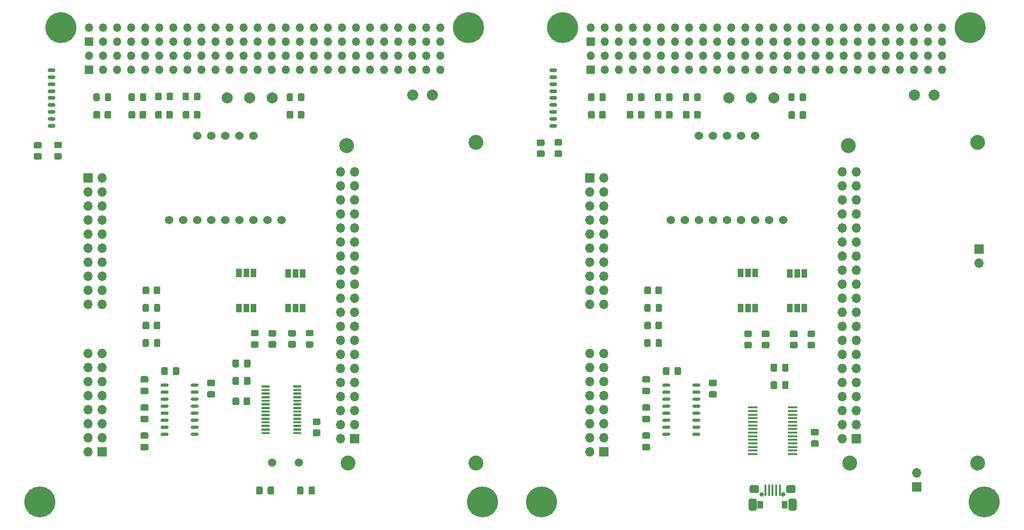
<source format=gbr>
%TF.GenerationSoftware,KiCad,Pcbnew,(5.1.9)-1*%
%TF.CreationDate,2021-10-15T17:24:20-04:00*%
%TF.ProjectId,Combined boards for stencil,436f6d62-696e-4656-9420-626f61726473,rev?*%
%TF.SameCoordinates,Original*%
%TF.FileFunction,Soldermask,Top*%
%TF.FilePolarity,Negative*%
%FSLAX46Y46*%
G04 Gerber Fmt 4.6, Leading zero omitted, Abs format (unit mm)*
G04 Created by KiCad (PCBNEW (5.1.9)-1) date 2021-10-15 17:24:20*
%MOMM*%
%LPD*%
G01*
G04 APERTURE LIST*
%ADD10C,1.500000*%
%ADD11C,2.000000*%
%ADD12C,2.700000*%
%ADD13R,1.000000X1.500000*%
%ADD14C,1.524000*%
%ADD15C,5.600000*%
%ADD16C,3.600000*%
%ADD17O,1.400000X0.700000*%
%ADD18O,1.700000X1.700000*%
%ADD19R,1.700000X1.700000*%
%ADD20O,1.500000X1.500000*%
%ADD21R,1.500000X1.500000*%
%ADD22R,1.750000X0.450000*%
%ADD23R,1.100000X1.350000*%
%ADD24C,0.800000*%
%ADD25R,0.400000X2.000000*%
G04 APERTURE END LIST*
%TO.C,R12*%
G36*
G01*
X119145000Y-77031001D02*
X119145000Y-76130999D01*
G75*
G02*
X119394999Y-75881000I249999J0D01*
G01*
X120095001Y-75881000D01*
G75*
G02*
X120345000Y-76130999I0J-249999D01*
G01*
X120345000Y-77031001D01*
G75*
G02*
X120095001Y-77281000I-249999J0D01*
G01*
X119394999Y-77281000D01*
G75*
G02*
X119145000Y-77031001I0J249999D01*
G01*
G37*
G36*
G01*
X117145000Y-77031001D02*
X117145000Y-76130999D01*
G75*
G02*
X117394999Y-75881000I249999J0D01*
G01*
X118095001Y-75881000D01*
G75*
G02*
X118345000Y-76130999I0J-249999D01*
G01*
X118345000Y-77031001D01*
G75*
G02*
X118095001Y-77281000I-249999J0D01*
G01*
X117394999Y-77281000D01*
G75*
G02*
X117145000Y-77031001I0J249999D01*
G01*
G37*
%TD*%
%TO.C,R11*%
G36*
G01*
X71709999Y-83504000D02*
X72610001Y-83504000D01*
G75*
G02*
X72860000Y-83753999I0J-249999D01*
G01*
X72860000Y-84454001D01*
G75*
G02*
X72610001Y-84704000I-249999J0D01*
G01*
X71709999Y-84704000D01*
G75*
G02*
X71460000Y-84454001I0J249999D01*
G01*
X71460000Y-83753999D01*
G75*
G02*
X71709999Y-83504000I249999J0D01*
G01*
G37*
G36*
G01*
X71709999Y-81504000D02*
X72610001Y-81504000D01*
G75*
G02*
X72860000Y-81753999I0J-249999D01*
G01*
X72860000Y-82454001D01*
G75*
G02*
X72610001Y-82704000I-249999J0D01*
G01*
X71709999Y-82704000D01*
G75*
G02*
X71460000Y-82454001I0J249999D01*
G01*
X71460000Y-81753999D01*
G75*
G02*
X71709999Y-81504000I249999J0D01*
G01*
G37*
%TD*%
%TO.C,R10*%
G36*
G01*
X89770000Y-76130999D02*
X89770000Y-77031001D01*
G75*
G02*
X89520001Y-77281000I-249999J0D01*
G01*
X88819999Y-77281000D01*
G75*
G02*
X88570000Y-77031001I0J249999D01*
G01*
X88570000Y-76130999D01*
G75*
G02*
X88819999Y-75881000I249999J0D01*
G01*
X89520001Y-75881000D01*
G75*
G02*
X89770000Y-76130999I0J-249999D01*
G01*
G37*
G36*
G01*
X91770000Y-76130999D02*
X91770000Y-77031001D01*
G75*
G02*
X91520001Y-77281000I-249999J0D01*
G01*
X90819999Y-77281000D01*
G75*
G02*
X90570000Y-77031001I0J249999D01*
G01*
X90570000Y-76130999D01*
G75*
G02*
X90819999Y-75881000I249999J0D01*
G01*
X91520001Y-75881000D01*
G75*
G02*
X91770000Y-76130999I0J-249999D01*
G01*
G37*
%TD*%
%TO.C,R9*%
G36*
G01*
X83420000Y-76130999D02*
X83420000Y-77031001D01*
G75*
G02*
X83170001Y-77281000I-249999J0D01*
G01*
X82469999Y-77281000D01*
G75*
G02*
X82220000Y-77031001I0J249999D01*
G01*
X82220000Y-76130999D01*
G75*
G02*
X82469999Y-75881000I249999J0D01*
G01*
X83170001Y-75881000D01*
G75*
G02*
X83420000Y-76130999I0J-249999D01*
G01*
G37*
G36*
G01*
X85420000Y-76130999D02*
X85420000Y-77031001D01*
G75*
G02*
X85170001Y-77281000I-249999J0D01*
G01*
X84469999Y-77281000D01*
G75*
G02*
X84220000Y-77031001I0J249999D01*
G01*
X84220000Y-76130999D01*
G75*
G02*
X84469999Y-75881000I249999J0D01*
G01*
X85170001Y-75881000D01*
G75*
G02*
X85420000Y-76130999I0J-249999D01*
G01*
G37*
%TD*%
%TO.C,D12*%
G36*
G01*
X119195000Y-73856001D02*
X119195000Y-72955999D01*
G75*
G02*
X119444999Y-72706000I249999J0D01*
G01*
X120095001Y-72706000D01*
G75*
G02*
X120345000Y-72955999I0J-249999D01*
G01*
X120345000Y-73856001D01*
G75*
G02*
X120095001Y-74106000I-249999J0D01*
G01*
X119444999Y-74106000D01*
G75*
G02*
X119195000Y-73856001I0J249999D01*
G01*
G37*
G36*
G01*
X117145000Y-73856001D02*
X117145000Y-72955999D01*
G75*
G02*
X117394999Y-72706000I249999J0D01*
G01*
X118045001Y-72706000D01*
G75*
G02*
X118295000Y-72955999I0J-249999D01*
G01*
X118295000Y-73856001D01*
G75*
G02*
X118045001Y-74106000I-249999J0D01*
G01*
X117394999Y-74106000D01*
G75*
G02*
X117145000Y-73856001I0J249999D01*
G01*
G37*
%TD*%
%TO.C,D11*%
G36*
G01*
X75368999Y-83508000D02*
X76269001Y-83508000D01*
G75*
G02*
X76519000Y-83757999I0J-249999D01*
G01*
X76519000Y-84408001D01*
G75*
G02*
X76269001Y-84658000I-249999J0D01*
G01*
X75368999Y-84658000D01*
G75*
G02*
X75119000Y-84408001I0J249999D01*
G01*
X75119000Y-83757999D01*
G75*
G02*
X75368999Y-83508000I249999J0D01*
G01*
G37*
G36*
G01*
X75368999Y-81458000D02*
X76269001Y-81458000D01*
G75*
G02*
X76519000Y-81707999I0J-249999D01*
G01*
X76519000Y-82358001D01*
G75*
G02*
X76269001Y-82608000I-249999J0D01*
G01*
X75368999Y-82608000D01*
G75*
G02*
X75119000Y-82358001I0J249999D01*
G01*
X75119000Y-81707999D01*
G75*
G02*
X75368999Y-81458000I249999J0D01*
G01*
G37*
%TD*%
%TO.C,D10*%
G36*
G01*
X89720000Y-72955999D02*
X89720000Y-73856001D01*
G75*
G02*
X89470001Y-74106000I-249999J0D01*
G01*
X88819999Y-74106000D01*
G75*
G02*
X88570000Y-73856001I0J249999D01*
G01*
X88570000Y-72955999D01*
G75*
G02*
X88819999Y-72706000I249999J0D01*
G01*
X89470001Y-72706000D01*
G75*
G02*
X89720000Y-72955999I0J-249999D01*
G01*
G37*
G36*
G01*
X91770000Y-72955999D02*
X91770000Y-73856001D01*
G75*
G02*
X91520001Y-74106000I-249999J0D01*
G01*
X90869999Y-74106000D01*
G75*
G02*
X90620000Y-73856001I0J249999D01*
G01*
X90620000Y-72955999D01*
G75*
G02*
X90869999Y-72706000I249999J0D01*
G01*
X91520001Y-72706000D01*
G75*
G02*
X91770000Y-72955999I0J-249999D01*
G01*
G37*
%TD*%
%TO.C,D9*%
G36*
G01*
X83370000Y-72955999D02*
X83370000Y-73856001D01*
G75*
G02*
X83120001Y-74106000I-249999J0D01*
G01*
X82469999Y-74106000D01*
G75*
G02*
X82220000Y-73856001I0J249999D01*
G01*
X82220000Y-72955999D01*
G75*
G02*
X82469999Y-72706000I249999J0D01*
G01*
X83120001Y-72706000D01*
G75*
G02*
X83370000Y-72955999I0J-249999D01*
G01*
G37*
G36*
G01*
X85420000Y-72955999D02*
X85420000Y-73856001D01*
G75*
G02*
X85170001Y-74106000I-249999J0D01*
G01*
X84519999Y-74106000D01*
G75*
G02*
X84270000Y-73856001I0J249999D01*
G01*
X84270000Y-72955999D01*
G75*
G02*
X84519999Y-72706000I249999J0D01*
G01*
X85170001Y-72706000D01*
G75*
G02*
X85420000Y-72955999I0J-249999D01*
G01*
G37*
%TD*%
%TO.C,C7*%
G36*
G01*
X109437500Y-122014000D02*
X109437500Y-121064000D01*
G75*
G02*
X109687500Y-120814000I250000J0D01*
G01*
X110362500Y-120814000D01*
G75*
G02*
X110612500Y-121064000I0J-250000D01*
G01*
X110612500Y-122014000D01*
G75*
G02*
X110362500Y-122264000I-250000J0D01*
G01*
X109687500Y-122264000D01*
G75*
G02*
X109437500Y-122014000I0J250000D01*
G01*
G37*
G36*
G01*
X107362500Y-122014000D02*
X107362500Y-121064000D01*
G75*
G02*
X107612500Y-120814000I250000J0D01*
G01*
X108287500Y-120814000D01*
G75*
G02*
X108537500Y-121064000I0J-250000D01*
G01*
X108537500Y-122014000D01*
G75*
G02*
X108287500Y-122264000I-250000J0D01*
G01*
X107612500Y-122264000D01*
G75*
G02*
X107362500Y-122014000I0J250000D01*
G01*
G37*
%TD*%
%TO.C,C6*%
G36*
G01*
X109437500Y-125189000D02*
X109437500Y-124239000D01*
G75*
G02*
X109687500Y-123989000I250000J0D01*
G01*
X110362500Y-123989000D01*
G75*
G02*
X110612500Y-124239000I0J-250000D01*
G01*
X110612500Y-125189000D01*
G75*
G02*
X110362500Y-125439000I-250000J0D01*
G01*
X109687500Y-125439000D01*
G75*
G02*
X109437500Y-125189000I0J250000D01*
G01*
G37*
G36*
G01*
X107362500Y-125189000D02*
X107362500Y-124239000D01*
G75*
G02*
X107612500Y-123989000I250000J0D01*
G01*
X108287500Y-123989000D01*
G75*
G02*
X108537500Y-124239000I0J-250000D01*
G01*
X108537500Y-125189000D01*
G75*
G02*
X108287500Y-125439000I-250000J0D01*
G01*
X107612500Y-125439000D01*
G75*
G02*
X107362500Y-125189000I0J250000D01*
G01*
G37*
%TD*%
D10*
%TO.C,Y1*%
X114500000Y-139446000D03*
X119380000Y-139446000D03*
%TD*%
%TO.C,U3*%
G36*
G01*
X118330000Y-125796000D02*
X118330000Y-125596000D01*
G75*
G02*
X118430000Y-125496000I100000J0D01*
G01*
X119705000Y-125496000D01*
G75*
G02*
X119805000Y-125596000I0J-100000D01*
G01*
X119805000Y-125796000D01*
G75*
G02*
X119705000Y-125896000I-100000J0D01*
G01*
X118430000Y-125896000D01*
G75*
G02*
X118330000Y-125796000I0J100000D01*
G01*
G37*
G36*
G01*
X118330000Y-126446000D02*
X118330000Y-126246000D01*
G75*
G02*
X118430000Y-126146000I100000J0D01*
G01*
X119705000Y-126146000D01*
G75*
G02*
X119805000Y-126246000I0J-100000D01*
G01*
X119805000Y-126446000D01*
G75*
G02*
X119705000Y-126546000I-100000J0D01*
G01*
X118430000Y-126546000D01*
G75*
G02*
X118330000Y-126446000I0J100000D01*
G01*
G37*
G36*
G01*
X118330000Y-127096000D02*
X118330000Y-126896000D01*
G75*
G02*
X118430000Y-126796000I100000J0D01*
G01*
X119705000Y-126796000D01*
G75*
G02*
X119805000Y-126896000I0J-100000D01*
G01*
X119805000Y-127096000D01*
G75*
G02*
X119705000Y-127196000I-100000J0D01*
G01*
X118430000Y-127196000D01*
G75*
G02*
X118330000Y-127096000I0J100000D01*
G01*
G37*
G36*
G01*
X118330000Y-127746000D02*
X118330000Y-127546000D01*
G75*
G02*
X118430000Y-127446000I100000J0D01*
G01*
X119705000Y-127446000D01*
G75*
G02*
X119805000Y-127546000I0J-100000D01*
G01*
X119805000Y-127746000D01*
G75*
G02*
X119705000Y-127846000I-100000J0D01*
G01*
X118430000Y-127846000D01*
G75*
G02*
X118330000Y-127746000I0J100000D01*
G01*
G37*
G36*
G01*
X118330000Y-128396000D02*
X118330000Y-128196000D01*
G75*
G02*
X118430000Y-128096000I100000J0D01*
G01*
X119705000Y-128096000D01*
G75*
G02*
X119805000Y-128196000I0J-100000D01*
G01*
X119805000Y-128396000D01*
G75*
G02*
X119705000Y-128496000I-100000J0D01*
G01*
X118430000Y-128496000D01*
G75*
G02*
X118330000Y-128396000I0J100000D01*
G01*
G37*
G36*
G01*
X118330000Y-129046000D02*
X118330000Y-128846000D01*
G75*
G02*
X118430000Y-128746000I100000J0D01*
G01*
X119705000Y-128746000D01*
G75*
G02*
X119805000Y-128846000I0J-100000D01*
G01*
X119805000Y-129046000D01*
G75*
G02*
X119705000Y-129146000I-100000J0D01*
G01*
X118430000Y-129146000D01*
G75*
G02*
X118330000Y-129046000I0J100000D01*
G01*
G37*
G36*
G01*
X118330000Y-129696000D02*
X118330000Y-129496000D01*
G75*
G02*
X118430000Y-129396000I100000J0D01*
G01*
X119705000Y-129396000D01*
G75*
G02*
X119805000Y-129496000I0J-100000D01*
G01*
X119805000Y-129696000D01*
G75*
G02*
X119705000Y-129796000I-100000J0D01*
G01*
X118430000Y-129796000D01*
G75*
G02*
X118330000Y-129696000I0J100000D01*
G01*
G37*
G36*
G01*
X118330000Y-130346000D02*
X118330000Y-130146000D01*
G75*
G02*
X118430000Y-130046000I100000J0D01*
G01*
X119705000Y-130046000D01*
G75*
G02*
X119805000Y-130146000I0J-100000D01*
G01*
X119805000Y-130346000D01*
G75*
G02*
X119705000Y-130446000I-100000J0D01*
G01*
X118430000Y-130446000D01*
G75*
G02*
X118330000Y-130346000I0J100000D01*
G01*
G37*
G36*
G01*
X118330000Y-130996000D02*
X118330000Y-130796000D01*
G75*
G02*
X118430000Y-130696000I100000J0D01*
G01*
X119705000Y-130696000D01*
G75*
G02*
X119805000Y-130796000I0J-100000D01*
G01*
X119805000Y-130996000D01*
G75*
G02*
X119705000Y-131096000I-100000J0D01*
G01*
X118430000Y-131096000D01*
G75*
G02*
X118330000Y-130996000I0J100000D01*
G01*
G37*
G36*
G01*
X118330000Y-131646000D02*
X118330000Y-131446000D01*
G75*
G02*
X118430000Y-131346000I100000J0D01*
G01*
X119705000Y-131346000D01*
G75*
G02*
X119805000Y-131446000I0J-100000D01*
G01*
X119805000Y-131646000D01*
G75*
G02*
X119705000Y-131746000I-100000J0D01*
G01*
X118430000Y-131746000D01*
G75*
G02*
X118330000Y-131646000I0J100000D01*
G01*
G37*
G36*
G01*
X118330000Y-132296000D02*
X118330000Y-132096000D01*
G75*
G02*
X118430000Y-131996000I100000J0D01*
G01*
X119705000Y-131996000D01*
G75*
G02*
X119805000Y-132096000I0J-100000D01*
G01*
X119805000Y-132296000D01*
G75*
G02*
X119705000Y-132396000I-100000J0D01*
G01*
X118430000Y-132396000D01*
G75*
G02*
X118330000Y-132296000I0J100000D01*
G01*
G37*
G36*
G01*
X118330000Y-132946000D02*
X118330000Y-132746000D01*
G75*
G02*
X118430000Y-132646000I100000J0D01*
G01*
X119705000Y-132646000D01*
G75*
G02*
X119805000Y-132746000I0J-100000D01*
G01*
X119805000Y-132946000D01*
G75*
G02*
X119705000Y-133046000I-100000J0D01*
G01*
X118430000Y-133046000D01*
G75*
G02*
X118330000Y-132946000I0J100000D01*
G01*
G37*
G36*
G01*
X118330000Y-133596000D02*
X118330000Y-133396000D01*
G75*
G02*
X118430000Y-133296000I100000J0D01*
G01*
X119705000Y-133296000D01*
G75*
G02*
X119805000Y-133396000I0J-100000D01*
G01*
X119805000Y-133596000D01*
G75*
G02*
X119705000Y-133696000I-100000J0D01*
G01*
X118430000Y-133696000D01*
G75*
G02*
X118330000Y-133596000I0J100000D01*
G01*
G37*
G36*
G01*
X118330000Y-134246000D02*
X118330000Y-134046000D01*
G75*
G02*
X118430000Y-133946000I100000J0D01*
G01*
X119705000Y-133946000D01*
G75*
G02*
X119805000Y-134046000I0J-100000D01*
G01*
X119805000Y-134246000D01*
G75*
G02*
X119705000Y-134346000I-100000J0D01*
G01*
X118430000Y-134346000D01*
G75*
G02*
X118330000Y-134246000I0J100000D01*
G01*
G37*
G36*
G01*
X112605000Y-134246000D02*
X112605000Y-134046000D01*
G75*
G02*
X112705000Y-133946000I100000J0D01*
G01*
X113980000Y-133946000D01*
G75*
G02*
X114080000Y-134046000I0J-100000D01*
G01*
X114080000Y-134246000D01*
G75*
G02*
X113980000Y-134346000I-100000J0D01*
G01*
X112705000Y-134346000D01*
G75*
G02*
X112605000Y-134246000I0J100000D01*
G01*
G37*
G36*
G01*
X112605000Y-133596000D02*
X112605000Y-133396000D01*
G75*
G02*
X112705000Y-133296000I100000J0D01*
G01*
X113980000Y-133296000D01*
G75*
G02*
X114080000Y-133396000I0J-100000D01*
G01*
X114080000Y-133596000D01*
G75*
G02*
X113980000Y-133696000I-100000J0D01*
G01*
X112705000Y-133696000D01*
G75*
G02*
X112605000Y-133596000I0J100000D01*
G01*
G37*
G36*
G01*
X112605000Y-132946000D02*
X112605000Y-132746000D01*
G75*
G02*
X112705000Y-132646000I100000J0D01*
G01*
X113980000Y-132646000D01*
G75*
G02*
X114080000Y-132746000I0J-100000D01*
G01*
X114080000Y-132946000D01*
G75*
G02*
X113980000Y-133046000I-100000J0D01*
G01*
X112705000Y-133046000D01*
G75*
G02*
X112605000Y-132946000I0J100000D01*
G01*
G37*
G36*
G01*
X112605000Y-132296000D02*
X112605000Y-132096000D01*
G75*
G02*
X112705000Y-131996000I100000J0D01*
G01*
X113980000Y-131996000D01*
G75*
G02*
X114080000Y-132096000I0J-100000D01*
G01*
X114080000Y-132296000D01*
G75*
G02*
X113980000Y-132396000I-100000J0D01*
G01*
X112705000Y-132396000D01*
G75*
G02*
X112605000Y-132296000I0J100000D01*
G01*
G37*
G36*
G01*
X112605000Y-131646000D02*
X112605000Y-131446000D01*
G75*
G02*
X112705000Y-131346000I100000J0D01*
G01*
X113980000Y-131346000D01*
G75*
G02*
X114080000Y-131446000I0J-100000D01*
G01*
X114080000Y-131646000D01*
G75*
G02*
X113980000Y-131746000I-100000J0D01*
G01*
X112705000Y-131746000D01*
G75*
G02*
X112605000Y-131646000I0J100000D01*
G01*
G37*
G36*
G01*
X112605000Y-130996000D02*
X112605000Y-130796000D01*
G75*
G02*
X112705000Y-130696000I100000J0D01*
G01*
X113980000Y-130696000D01*
G75*
G02*
X114080000Y-130796000I0J-100000D01*
G01*
X114080000Y-130996000D01*
G75*
G02*
X113980000Y-131096000I-100000J0D01*
G01*
X112705000Y-131096000D01*
G75*
G02*
X112605000Y-130996000I0J100000D01*
G01*
G37*
G36*
G01*
X112605000Y-130346000D02*
X112605000Y-130146000D01*
G75*
G02*
X112705000Y-130046000I100000J0D01*
G01*
X113980000Y-130046000D01*
G75*
G02*
X114080000Y-130146000I0J-100000D01*
G01*
X114080000Y-130346000D01*
G75*
G02*
X113980000Y-130446000I-100000J0D01*
G01*
X112705000Y-130446000D01*
G75*
G02*
X112605000Y-130346000I0J100000D01*
G01*
G37*
G36*
G01*
X112605000Y-129696000D02*
X112605000Y-129496000D01*
G75*
G02*
X112705000Y-129396000I100000J0D01*
G01*
X113980000Y-129396000D01*
G75*
G02*
X114080000Y-129496000I0J-100000D01*
G01*
X114080000Y-129696000D01*
G75*
G02*
X113980000Y-129796000I-100000J0D01*
G01*
X112705000Y-129796000D01*
G75*
G02*
X112605000Y-129696000I0J100000D01*
G01*
G37*
G36*
G01*
X112605000Y-129046000D02*
X112605000Y-128846000D01*
G75*
G02*
X112705000Y-128746000I100000J0D01*
G01*
X113980000Y-128746000D01*
G75*
G02*
X114080000Y-128846000I0J-100000D01*
G01*
X114080000Y-129046000D01*
G75*
G02*
X113980000Y-129146000I-100000J0D01*
G01*
X112705000Y-129146000D01*
G75*
G02*
X112605000Y-129046000I0J100000D01*
G01*
G37*
G36*
G01*
X112605000Y-128396000D02*
X112605000Y-128196000D01*
G75*
G02*
X112705000Y-128096000I100000J0D01*
G01*
X113980000Y-128096000D01*
G75*
G02*
X114080000Y-128196000I0J-100000D01*
G01*
X114080000Y-128396000D01*
G75*
G02*
X113980000Y-128496000I-100000J0D01*
G01*
X112705000Y-128496000D01*
G75*
G02*
X112605000Y-128396000I0J100000D01*
G01*
G37*
G36*
G01*
X112605000Y-127746000D02*
X112605000Y-127546000D01*
G75*
G02*
X112705000Y-127446000I100000J0D01*
G01*
X113980000Y-127446000D01*
G75*
G02*
X114080000Y-127546000I0J-100000D01*
G01*
X114080000Y-127746000D01*
G75*
G02*
X113980000Y-127846000I-100000J0D01*
G01*
X112705000Y-127846000D01*
G75*
G02*
X112605000Y-127746000I0J100000D01*
G01*
G37*
G36*
G01*
X112605000Y-127096000D02*
X112605000Y-126896000D01*
G75*
G02*
X112705000Y-126796000I100000J0D01*
G01*
X113980000Y-126796000D01*
G75*
G02*
X114080000Y-126896000I0J-100000D01*
G01*
X114080000Y-127096000D01*
G75*
G02*
X113980000Y-127196000I-100000J0D01*
G01*
X112705000Y-127196000D01*
G75*
G02*
X112605000Y-127096000I0J100000D01*
G01*
G37*
G36*
G01*
X112605000Y-126446000D02*
X112605000Y-126246000D01*
G75*
G02*
X112705000Y-126146000I100000J0D01*
G01*
X113980000Y-126146000D01*
G75*
G02*
X114080000Y-126246000I0J-100000D01*
G01*
X114080000Y-126446000D01*
G75*
G02*
X113980000Y-126546000I-100000J0D01*
G01*
X112705000Y-126546000D01*
G75*
G02*
X112605000Y-126446000I0J100000D01*
G01*
G37*
G36*
G01*
X112605000Y-125796000D02*
X112605000Y-125596000D01*
G75*
G02*
X112705000Y-125496000I100000J0D01*
G01*
X113980000Y-125496000D01*
G75*
G02*
X114080000Y-125596000I0J-100000D01*
G01*
X114080000Y-125796000D01*
G75*
G02*
X113980000Y-125896000I-100000J0D01*
G01*
X112705000Y-125896000D01*
G75*
G02*
X112605000Y-125796000I0J100000D01*
G01*
G37*
%TD*%
%TO.C,R8*%
G36*
G01*
X109366000Y-128847001D02*
X109366000Y-127946999D01*
G75*
G02*
X109615999Y-127697000I249999J0D01*
G01*
X110316001Y-127697000D01*
G75*
G02*
X110566000Y-127946999I0J-249999D01*
G01*
X110566000Y-128847001D01*
G75*
G02*
X110316001Y-129097000I-249999J0D01*
G01*
X109615999Y-129097000D01*
G75*
G02*
X109366000Y-128847001I0J249999D01*
G01*
G37*
G36*
G01*
X107366000Y-128847001D02*
X107366000Y-127946999D01*
G75*
G02*
X107615999Y-127697000I249999J0D01*
G01*
X108316001Y-127697000D01*
G75*
G02*
X108566000Y-127946999I0J-249999D01*
G01*
X108566000Y-128847001D01*
G75*
G02*
X108316001Y-129097000I-249999J0D01*
G01*
X107615999Y-129097000D01*
G75*
G02*
X107366000Y-128847001I0J249999D01*
G01*
G37*
%TD*%
%TO.C,R7*%
G36*
G01*
X122104999Y-133496000D02*
X123005001Y-133496000D01*
G75*
G02*
X123255000Y-133745999I0J-249999D01*
G01*
X123255000Y-134446001D01*
G75*
G02*
X123005001Y-134696000I-249999J0D01*
G01*
X122104999Y-134696000D01*
G75*
G02*
X121855000Y-134446001I0J249999D01*
G01*
X121855000Y-133745999D01*
G75*
G02*
X122104999Y-133496000I249999J0D01*
G01*
G37*
G36*
G01*
X122104999Y-131496000D02*
X123005001Y-131496000D01*
G75*
G02*
X123255000Y-131745999I0J-249999D01*
G01*
X123255000Y-132446001D01*
G75*
G02*
X123005001Y-132696000I-249999J0D01*
G01*
X122104999Y-132696000D01*
G75*
G02*
X121855000Y-132446001I0J249999D01*
G01*
X121855000Y-131745999D01*
G75*
G02*
X122104999Y-131496000I249999J0D01*
G01*
G37*
%TD*%
%TO.C,C9*%
G36*
G01*
X112812500Y-144051000D02*
X112812500Y-145001000D01*
G75*
G02*
X112562500Y-145251000I-250000J0D01*
G01*
X111887500Y-145251000D01*
G75*
G02*
X111637500Y-145001000I0J250000D01*
G01*
X111637500Y-144051000D01*
G75*
G02*
X111887500Y-143801000I250000J0D01*
G01*
X112562500Y-143801000D01*
G75*
G02*
X112812500Y-144051000I0J-250000D01*
G01*
G37*
G36*
G01*
X114887500Y-144051000D02*
X114887500Y-145001000D01*
G75*
G02*
X114637500Y-145251000I-250000J0D01*
G01*
X113962500Y-145251000D01*
G75*
G02*
X113712500Y-145001000I0J250000D01*
G01*
X113712500Y-144051000D01*
G75*
G02*
X113962500Y-143801000I250000J0D01*
G01*
X114637500Y-143801000D01*
G75*
G02*
X114887500Y-144051000I0J-250000D01*
G01*
G37*
%TD*%
%TO.C,C8*%
G36*
G01*
X121100000Y-145001000D02*
X121100000Y-144051000D01*
G75*
G02*
X121350000Y-143801000I250000J0D01*
G01*
X122025000Y-143801000D01*
G75*
G02*
X122275000Y-144051000I0J-250000D01*
G01*
X122275000Y-145001000D01*
G75*
G02*
X122025000Y-145251000I-250000J0D01*
G01*
X121350000Y-145251000D01*
G75*
G02*
X121100000Y-145001000I0J250000D01*
G01*
G37*
G36*
G01*
X119025000Y-145001000D02*
X119025000Y-144051000D01*
G75*
G02*
X119275000Y-143801000I250000J0D01*
G01*
X119950000Y-143801000D01*
G75*
G02*
X120200000Y-144051000I0J-250000D01*
G01*
X120200000Y-145001000D01*
G75*
G02*
X119950000Y-145251000I-250000J0D01*
G01*
X119275000Y-145251000D01*
G75*
G02*
X119025000Y-145001000I0J250000D01*
G01*
G37*
%TD*%
D11*
%TO.C,TP5*%
X106426000Y-73533000D03*
%TD*%
%TO.C,TP4*%
X139954000Y-73025000D03*
%TD*%
%TO.C,TP3*%
X110490000Y-73533000D03*
%TD*%
%TO.C,TP2*%
X114554000Y-73533000D03*
%TD*%
%TO.C,TP1*%
X143510000Y-73025000D03*
%TD*%
D12*
%TO.C,M8*%
X151331000Y-139530000D03*
%TD*%
%TO.C,M7*%
X151331000Y-81530000D03*
%TD*%
%TO.C,M6*%
X128204000Y-139530000D03*
%TD*%
%TO.C,M5*%
X128014000Y-82165000D03*
%TD*%
%TO.C,R6*%
G36*
G01*
X92310000Y-107880999D02*
X92310000Y-108781001D01*
G75*
G02*
X92060001Y-109031000I-249999J0D01*
G01*
X91359999Y-109031000D01*
G75*
G02*
X91110000Y-108781001I0J249999D01*
G01*
X91110000Y-107880999D01*
G75*
G02*
X91359999Y-107631000I249999J0D01*
G01*
X92060001Y-107631000D01*
G75*
G02*
X92310000Y-107880999I0J-249999D01*
G01*
G37*
G36*
G01*
X94310000Y-107880999D02*
X94310000Y-108781001D01*
G75*
G02*
X94060001Y-109031000I-249999J0D01*
G01*
X93359999Y-109031000D01*
G75*
G02*
X93110000Y-108781001I0J249999D01*
G01*
X93110000Y-107880999D01*
G75*
G02*
X93359999Y-107631000I249999J0D01*
G01*
X94060001Y-107631000D01*
G75*
G02*
X94310000Y-107880999I0J-249999D01*
G01*
G37*
%TD*%
%TO.C,R5*%
G36*
G01*
X92310000Y-114230999D02*
X92310000Y-115131001D01*
G75*
G02*
X92060001Y-115381000I-249999J0D01*
G01*
X91359999Y-115381000D01*
G75*
G02*
X91110000Y-115131001I0J249999D01*
G01*
X91110000Y-114230999D01*
G75*
G02*
X91359999Y-113981000I249999J0D01*
G01*
X92060001Y-113981000D01*
G75*
G02*
X92310000Y-114230999I0J-249999D01*
G01*
G37*
G36*
G01*
X94310000Y-114230999D02*
X94310000Y-115131001D01*
G75*
G02*
X94060001Y-115381000I-249999J0D01*
G01*
X93359999Y-115381000D01*
G75*
G02*
X93110000Y-115131001I0J249999D01*
G01*
X93110000Y-114230999D01*
G75*
G02*
X93359999Y-113981000I249999J0D01*
G01*
X94060001Y-113981000D01*
G75*
G02*
X94310000Y-114230999I0J-249999D01*
G01*
G37*
%TD*%
%TO.C,R4*%
G36*
G01*
X94580000Y-76130999D02*
X94580000Y-77031001D01*
G75*
G02*
X94330001Y-77281000I-249999J0D01*
G01*
X93629999Y-77281000D01*
G75*
G02*
X93380000Y-77031001I0J249999D01*
G01*
X93380000Y-76130999D01*
G75*
G02*
X93629999Y-75881000I249999J0D01*
G01*
X94330001Y-75881000D01*
G75*
G02*
X94580000Y-76130999I0J-249999D01*
G01*
G37*
G36*
G01*
X96580000Y-76130999D02*
X96580000Y-77031001D01*
G75*
G02*
X96330001Y-77281000I-249999J0D01*
G01*
X95629999Y-77281000D01*
G75*
G02*
X95380000Y-77031001I0J249999D01*
G01*
X95380000Y-76130999D01*
G75*
G02*
X95629999Y-75881000I249999J0D01*
G01*
X96330001Y-75881000D01*
G75*
G02*
X96580000Y-76130999I0J-249999D01*
G01*
G37*
%TD*%
%TO.C,R3*%
G36*
G01*
X99565000Y-76130999D02*
X99565000Y-77031001D01*
G75*
G02*
X99315001Y-77281000I-249999J0D01*
G01*
X98614999Y-77281000D01*
G75*
G02*
X98365000Y-77031001I0J249999D01*
G01*
X98365000Y-76130999D01*
G75*
G02*
X98614999Y-75881000I249999J0D01*
G01*
X99315001Y-75881000D01*
G75*
G02*
X99565000Y-76130999I0J-249999D01*
G01*
G37*
G36*
G01*
X101565000Y-76130999D02*
X101565000Y-77031001D01*
G75*
G02*
X101315001Y-77281000I-249999J0D01*
G01*
X100614999Y-77281000D01*
G75*
G02*
X100365000Y-77031001I0J249999D01*
G01*
X100365000Y-76130999D01*
G75*
G02*
X100614999Y-75881000I249999J0D01*
G01*
X101315001Y-75881000D01*
G75*
G02*
X101565000Y-76130999I0J-249999D01*
G01*
G37*
%TD*%
%TO.C,R2*%
G36*
G01*
X114103999Y-117494000D02*
X115004001Y-117494000D01*
G75*
G02*
X115254000Y-117743999I0J-249999D01*
G01*
X115254000Y-118444001D01*
G75*
G02*
X115004001Y-118694000I-249999J0D01*
G01*
X114103999Y-118694000D01*
G75*
G02*
X113854000Y-118444001I0J249999D01*
G01*
X113854000Y-117743999D01*
G75*
G02*
X114103999Y-117494000I249999J0D01*
G01*
G37*
G36*
G01*
X114103999Y-115494000D02*
X115004001Y-115494000D01*
G75*
G02*
X115254000Y-115743999I0J-249999D01*
G01*
X115254000Y-116444001D01*
G75*
G02*
X115004001Y-116694000I-249999J0D01*
G01*
X114103999Y-116694000D01*
G75*
G02*
X113854000Y-116444001I0J249999D01*
G01*
X113854000Y-115743999D01*
G75*
G02*
X114103999Y-115494000I249999J0D01*
G01*
G37*
%TD*%
%TO.C,R1*%
G36*
G01*
X117659999Y-117494000D02*
X118560001Y-117494000D01*
G75*
G02*
X118810000Y-117743999I0J-249999D01*
G01*
X118810000Y-118444001D01*
G75*
G02*
X118560001Y-118694000I-249999J0D01*
G01*
X117659999Y-118694000D01*
G75*
G02*
X117410000Y-118444001I0J249999D01*
G01*
X117410000Y-117743999D01*
G75*
G02*
X117659999Y-117494000I249999J0D01*
G01*
G37*
G36*
G01*
X117659999Y-115494000D02*
X118560001Y-115494000D01*
G75*
G02*
X118810000Y-115743999I0J-249999D01*
G01*
X118810000Y-116444001D01*
G75*
G02*
X118560001Y-116694000I-249999J0D01*
G01*
X117659999Y-116694000D01*
G75*
G02*
X117410000Y-116444001I0J249999D01*
G01*
X117410000Y-115743999D01*
G75*
G02*
X117659999Y-115494000I249999J0D01*
G01*
G37*
%TD*%
D13*
%TO.C,JP4*%
X117445000Y-111506000D03*
X118745000Y-111506000D03*
X120045000Y-111506000D03*
%TD*%
%TO.C,JP3*%
X108555000Y-111506000D03*
X109855000Y-111506000D03*
X111155000Y-111506000D03*
%TD*%
%TO.C,JP2*%
X117445000Y-105241000D03*
X118745000Y-105241000D03*
X120045000Y-105241000D03*
%TD*%
%TO.C,JP1*%
X108555000Y-105156000D03*
X109855000Y-105156000D03*
X111155000Y-105156000D03*
%TD*%
D14*
%TO.C,U1*%
X95885000Y-95631000D03*
X98425000Y-95631000D03*
X100965000Y-95631000D03*
X103505000Y-95631000D03*
X106045000Y-95631000D03*
X108585000Y-95631000D03*
X111125000Y-95631000D03*
X113665000Y-95631000D03*
X116205000Y-95631000D03*
X100965000Y-80391000D03*
X111125000Y-80391000D03*
X108585000Y-80391000D03*
X106045000Y-80391000D03*
X103505000Y-80391000D03*
%TD*%
%TO.C,D6*%
G36*
G01*
X92260000Y-111055999D02*
X92260000Y-111956001D01*
G75*
G02*
X92010001Y-112206000I-249999J0D01*
G01*
X91359999Y-112206000D01*
G75*
G02*
X91110000Y-111956001I0J249999D01*
G01*
X91110000Y-111055999D01*
G75*
G02*
X91359999Y-110806000I249999J0D01*
G01*
X92010001Y-110806000D01*
G75*
G02*
X92260000Y-111055999I0J-249999D01*
G01*
G37*
G36*
G01*
X94310000Y-111055999D02*
X94310000Y-111956001D01*
G75*
G02*
X94060001Y-112206000I-249999J0D01*
G01*
X93409999Y-112206000D01*
G75*
G02*
X93160000Y-111956001I0J249999D01*
G01*
X93160000Y-111055999D01*
G75*
G02*
X93409999Y-110806000I249999J0D01*
G01*
X94060001Y-110806000D01*
G75*
G02*
X94310000Y-111055999I0J-249999D01*
G01*
G37*
%TD*%
%TO.C,D5*%
G36*
G01*
X92260000Y-117405999D02*
X92260000Y-118306001D01*
G75*
G02*
X92010001Y-118556000I-249999J0D01*
G01*
X91359999Y-118556000D01*
G75*
G02*
X91110000Y-118306001I0J249999D01*
G01*
X91110000Y-117405999D01*
G75*
G02*
X91359999Y-117156000I249999J0D01*
G01*
X92010001Y-117156000D01*
G75*
G02*
X92260000Y-117405999I0J-249999D01*
G01*
G37*
G36*
G01*
X94310000Y-117405999D02*
X94310000Y-118306001D01*
G75*
G02*
X94060001Y-118556000I-249999J0D01*
G01*
X93409999Y-118556000D01*
G75*
G02*
X93160000Y-118306001I0J249999D01*
G01*
X93160000Y-117405999D01*
G75*
G02*
X93409999Y-117156000I249999J0D01*
G01*
X94060001Y-117156000D01*
G75*
G02*
X94310000Y-117405999I0J-249999D01*
G01*
G37*
%TD*%
%TO.C,D4*%
G36*
G01*
X94546000Y-72828999D02*
X94546000Y-73729001D01*
G75*
G02*
X94296001Y-73979000I-249999J0D01*
G01*
X93645999Y-73979000D01*
G75*
G02*
X93396000Y-73729001I0J249999D01*
G01*
X93396000Y-72828999D01*
G75*
G02*
X93645999Y-72579000I249999J0D01*
G01*
X94296001Y-72579000D01*
G75*
G02*
X94546000Y-72828999I0J-249999D01*
G01*
G37*
G36*
G01*
X96596000Y-72828999D02*
X96596000Y-73729001D01*
G75*
G02*
X96346001Y-73979000I-249999J0D01*
G01*
X95695999Y-73979000D01*
G75*
G02*
X95446000Y-73729001I0J249999D01*
G01*
X95446000Y-72828999D01*
G75*
G02*
X95695999Y-72579000I249999J0D01*
G01*
X96346001Y-72579000D01*
G75*
G02*
X96596000Y-72828999I0J-249999D01*
G01*
G37*
%TD*%
%TO.C,D3*%
G36*
G01*
X99499000Y-72828999D02*
X99499000Y-73729001D01*
G75*
G02*
X99249001Y-73979000I-249999J0D01*
G01*
X98598999Y-73979000D01*
G75*
G02*
X98349000Y-73729001I0J249999D01*
G01*
X98349000Y-72828999D01*
G75*
G02*
X98598999Y-72579000I249999J0D01*
G01*
X99249001Y-72579000D01*
G75*
G02*
X99499000Y-72828999I0J-249999D01*
G01*
G37*
G36*
G01*
X101549000Y-72828999D02*
X101549000Y-73729001D01*
G75*
G02*
X101299001Y-73979000I-249999J0D01*
G01*
X100648999Y-73979000D01*
G75*
G02*
X100399000Y-73729001I0J249999D01*
G01*
X100399000Y-72828999D01*
G75*
G02*
X100648999Y-72579000I249999J0D01*
G01*
X101299001Y-72579000D01*
G75*
G02*
X101549000Y-72828999I0J-249999D01*
G01*
G37*
%TD*%
%TO.C,D2*%
G36*
G01*
X110928999Y-117544000D02*
X111829001Y-117544000D01*
G75*
G02*
X112079000Y-117793999I0J-249999D01*
G01*
X112079000Y-118444001D01*
G75*
G02*
X111829001Y-118694000I-249999J0D01*
G01*
X110928999Y-118694000D01*
G75*
G02*
X110679000Y-118444001I0J249999D01*
G01*
X110679000Y-117793999D01*
G75*
G02*
X110928999Y-117544000I249999J0D01*
G01*
G37*
G36*
G01*
X110928999Y-115494000D02*
X111829001Y-115494000D01*
G75*
G02*
X112079000Y-115743999I0J-249999D01*
G01*
X112079000Y-116394001D01*
G75*
G02*
X111829001Y-116644000I-249999J0D01*
G01*
X110928999Y-116644000D01*
G75*
G02*
X110679000Y-116394001I0J249999D01*
G01*
X110679000Y-115743999D01*
G75*
G02*
X110928999Y-115494000I249999J0D01*
G01*
G37*
%TD*%
%TO.C,D1*%
G36*
G01*
X120834999Y-117544000D02*
X121735001Y-117544000D01*
G75*
G02*
X121985000Y-117793999I0J-249999D01*
G01*
X121985000Y-118444001D01*
G75*
G02*
X121735001Y-118694000I-249999J0D01*
G01*
X120834999Y-118694000D01*
G75*
G02*
X120585000Y-118444001I0J249999D01*
G01*
X120585000Y-117793999D01*
G75*
G02*
X120834999Y-117544000I249999J0D01*
G01*
G37*
G36*
G01*
X120834999Y-115494000D02*
X121735001Y-115494000D01*
G75*
G02*
X121985000Y-115743999I0J-249999D01*
G01*
X121985000Y-116394001D01*
G75*
G02*
X121735001Y-116644000I-249999J0D01*
G01*
X120834999Y-116644000D01*
G75*
G02*
X120585000Y-116394001I0J249999D01*
G01*
X120585000Y-115743999D01*
G75*
G02*
X120834999Y-115494000I249999J0D01*
G01*
G37*
%TD*%
%TO.C,U2*%
G36*
G01*
X94543996Y-125176001D02*
X95586002Y-125176001D01*
G75*
G02*
X95789999Y-125379998I0J-203997D01*
G01*
X95789999Y-125572002D01*
G75*
G02*
X95586002Y-125775999I-203997J0D01*
G01*
X94543996Y-125775999D01*
G75*
G02*
X94339999Y-125572002I0J203997D01*
G01*
X94339999Y-125379998D01*
G75*
G02*
X94543996Y-125176001I203997J0D01*
G01*
G37*
G36*
G01*
X94543996Y-126446001D02*
X95586002Y-126446001D01*
G75*
G02*
X95789999Y-126649998I0J-203997D01*
G01*
X95789999Y-126842002D01*
G75*
G02*
X95586002Y-127045999I-203997J0D01*
G01*
X94543996Y-127045999D01*
G75*
G02*
X94339999Y-126842002I0J203997D01*
G01*
X94339999Y-126649998D01*
G75*
G02*
X94543996Y-126446001I203997J0D01*
G01*
G37*
G36*
G01*
X94543996Y-127716001D02*
X95586002Y-127716001D01*
G75*
G02*
X95789999Y-127919998I0J-203997D01*
G01*
X95789999Y-128112002D01*
G75*
G02*
X95586002Y-128315999I-203997J0D01*
G01*
X94543996Y-128315999D01*
G75*
G02*
X94339999Y-128112002I0J203997D01*
G01*
X94339999Y-127919998D01*
G75*
G02*
X94543996Y-127716001I203997J0D01*
G01*
G37*
G36*
G01*
X94543996Y-128986001D02*
X95586002Y-128986001D01*
G75*
G02*
X95789999Y-129189998I0J-203997D01*
G01*
X95789999Y-129382002D01*
G75*
G02*
X95586002Y-129585999I-203997J0D01*
G01*
X94543996Y-129585999D01*
G75*
G02*
X94339999Y-129382002I0J203997D01*
G01*
X94339999Y-129189998D01*
G75*
G02*
X94543996Y-128986001I203997J0D01*
G01*
G37*
G36*
G01*
X94543996Y-130256001D02*
X95586002Y-130256001D01*
G75*
G02*
X95789999Y-130459998I0J-203997D01*
G01*
X95789999Y-130652002D01*
G75*
G02*
X95586002Y-130855999I-203997J0D01*
G01*
X94543996Y-130855999D01*
G75*
G02*
X94339999Y-130652002I0J203997D01*
G01*
X94339999Y-130459998D01*
G75*
G02*
X94543996Y-130256001I203997J0D01*
G01*
G37*
G36*
G01*
X94543996Y-131526001D02*
X95586002Y-131526001D01*
G75*
G02*
X95789999Y-131729998I0J-203997D01*
G01*
X95789999Y-131922002D01*
G75*
G02*
X95586002Y-132125999I-203997J0D01*
G01*
X94543996Y-132125999D01*
G75*
G02*
X94339999Y-131922002I0J203997D01*
G01*
X94339999Y-131729998D01*
G75*
G02*
X94543996Y-131526001I203997J0D01*
G01*
G37*
G36*
G01*
X94543996Y-132796001D02*
X95586002Y-132796001D01*
G75*
G02*
X95789999Y-132999998I0J-203997D01*
G01*
X95789999Y-133192002D01*
G75*
G02*
X95586002Y-133395999I-203997J0D01*
G01*
X94543996Y-133395999D01*
G75*
G02*
X94339999Y-133192002I0J203997D01*
G01*
X94339999Y-132999998D01*
G75*
G02*
X94543996Y-132796001I203997J0D01*
G01*
G37*
G36*
G01*
X94543996Y-134066001D02*
X95586002Y-134066001D01*
G75*
G02*
X95789999Y-134269998I0J-203997D01*
G01*
X95789999Y-134462002D01*
G75*
G02*
X95586002Y-134665999I-203997J0D01*
G01*
X94543996Y-134665999D01*
G75*
G02*
X94339999Y-134462002I0J203997D01*
G01*
X94339999Y-134269998D01*
G75*
G02*
X94543996Y-134066001I203997J0D01*
G01*
G37*
G36*
G01*
X99993995Y-125176001D02*
X101036001Y-125176001D01*
G75*
G02*
X101239998Y-125379998I0J-203997D01*
G01*
X101239998Y-125572002D01*
G75*
G02*
X101036001Y-125775999I-203997J0D01*
G01*
X99993995Y-125775999D01*
G75*
G02*
X99789998Y-125572002I0J203997D01*
G01*
X99789998Y-125379998D01*
G75*
G02*
X99993995Y-125176001I203997J0D01*
G01*
G37*
G36*
G01*
X99993995Y-126446001D02*
X101036001Y-126446001D01*
G75*
G02*
X101239998Y-126649998I0J-203997D01*
G01*
X101239998Y-126842002D01*
G75*
G02*
X101036001Y-127045999I-203997J0D01*
G01*
X99993995Y-127045999D01*
G75*
G02*
X99789998Y-126842002I0J203997D01*
G01*
X99789998Y-126649998D01*
G75*
G02*
X99993995Y-126446001I203997J0D01*
G01*
G37*
G36*
G01*
X99993995Y-127716001D02*
X101036001Y-127716001D01*
G75*
G02*
X101239998Y-127919998I0J-203997D01*
G01*
X101239998Y-128112002D01*
G75*
G02*
X101036001Y-128315999I-203997J0D01*
G01*
X99993995Y-128315999D01*
G75*
G02*
X99789998Y-128112002I0J203997D01*
G01*
X99789998Y-127919998D01*
G75*
G02*
X99993995Y-127716001I203997J0D01*
G01*
G37*
G36*
G01*
X99993995Y-128986001D02*
X101036001Y-128986001D01*
G75*
G02*
X101239998Y-129189998I0J-203997D01*
G01*
X101239998Y-129382002D01*
G75*
G02*
X101036001Y-129585999I-203997J0D01*
G01*
X99993995Y-129585999D01*
G75*
G02*
X99789998Y-129382002I0J203997D01*
G01*
X99789998Y-129189998D01*
G75*
G02*
X99993995Y-128986001I203997J0D01*
G01*
G37*
G36*
G01*
X99993995Y-130256001D02*
X101036001Y-130256001D01*
G75*
G02*
X101239998Y-130459998I0J-203997D01*
G01*
X101239998Y-130652002D01*
G75*
G02*
X101036001Y-130855999I-203997J0D01*
G01*
X99993995Y-130855999D01*
G75*
G02*
X99789998Y-130652002I0J203997D01*
G01*
X99789998Y-130459998D01*
G75*
G02*
X99993995Y-130256001I203997J0D01*
G01*
G37*
G36*
G01*
X99993995Y-131526001D02*
X101036001Y-131526001D01*
G75*
G02*
X101239998Y-131729998I0J-203997D01*
G01*
X101239998Y-131922002D01*
G75*
G02*
X101036001Y-132125999I-203997J0D01*
G01*
X99993995Y-132125999D01*
G75*
G02*
X99789998Y-131922002I0J203997D01*
G01*
X99789998Y-131729998D01*
G75*
G02*
X99993995Y-131526001I203997J0D01*
G01*
G37*
G36*
G01*
X99993995Y-132796001D02*
X101036001Y-132796001D01*
G75*
G02*
X101239998Y-132999998I0J-203997D01*
G01*
X101239998Y-133192002D01*
G75*
G02*
X101036001Y-133395999I-203997J0D01*
G01*
X99993995Y-133395999D01*
G75*
G02*
X99789998Y-133192002I0J203997D01*
G01*
X99789998Y-132999998D01*
G75*
G02*
X99993995Y-132796001I203997J0D01*
G01*
G37*
G36*
G01*
X99993995Y-134066001D02*
X101036001Y-134066001D01*
G75*
G02*
X101239998Y-134269998I0J-203997D01*
G01*
X101239998Y-134462002D01*
G75*
G02*
X101036001Y-134665999I-203997J0D01*
G01*
X99993995Y-134665999D01*
G75*
G02*
X99789998Y-134462002I0J203997D01*
G01*
X99789998Y-134269998D01*
G75*
G02*
X99993995Y-134066001I203997J0D01*
G01*
G37*
%TD*%
D15*
%TO.C,M4*%
X152556000Y-146585000D03*
D16*
X152556000Y-146585000D03*
%TD*%
D15*
%TO.C,M3*%
X72546000Y-146585000D03*
D16*
X72546000Y-146585000D03*
%TD*%
D15*
%TO.C,M2*%
X150016000Y-60860000D03*
D16*
X150016000Y-60860000D03*
%TD*%
D15*
%TO.C,M1*%
X76356000Y-60860000D03*
D16*
X76356000Y-60860000D03*
%TD*%
D17*
%TO.C,J4*%
X74636000Y-78560000D03*
X74636000Y-77310000D03*
X74636000Y-76060000D03*
X74636000Y-74810000D03*
X74636000Y-73560000D03*
X74636000Y-72310000D03*
X74636000Y-71060000D03*
X74636000Y-69810000D03*
X74636000Y-68560000D03*
%TD*%
D18*
%TO.C,J3*%
X83820000Y-110871000D03*
X81280000Y-110871000D03*
X83820000Y-108331000D03*
X81280000Y-108331000D03*
X83820000Y-105791000D03*
X81280000Y-105791000D03*
X83820000Y-103251000D03*
X81280000Y-103251000D03*
X83820000Y-100711000D03*
X81280000Y-100711000D03*
X83820000Y-98171000D03*
X81280000Y-98171000D03*
X83820000Y-95631000D03*
X81280000Y-95631000D03*
X83820000Y-93091000D03*
X81280000Y-93091000D03*
X83820000Y-90551000D03*
X81280000Y-90551000D03*
X83820000Y-88011000D03*
D19*
X81280000Y-88011000D03*
%TD*%
D18*
%TO.C,J2*%
X81280000Y-119761000D03*
X83820000Y-119761000D03*
X81280000Y-122301000D03*
X83820000Y-122301000D03*
X81280000Y-124841000D03*
X83820000Y-124841000D03*
X81280000Y-127381000D03*
X83820000Y-127381000D03*
X81280000Y-129921000D03*
X83820000Y-129921000D03*
X81280000Y-132461000D03*
X83820000Y-132461000D03*
X81280000Y-135001000D03*
X83820000Y-135001000D03*
X81280000Y-137541000D03*
D19*
X83820000Y-137541000D03*
%TD*%
D18*
%TO.C,J1*%
X126886000Y-86935000D03*
X129426000Y-86935000D03*
X126886000Y-89475000D03*
X129426000Y-89475000D03*
X126886000Y-92015000D03*
X129426000Y-92015000D03*
X126886000Y-94555000D03*
X129426000Y-94555000D03*
X126886000Y-97095000D03*
X129426000Y-97095000D03*
X126886000Y-99635000D03*
X129426000Y-99635000D03*
X126886000Y-102175000D03*
X129426000Y-102175000D03*
X126886000Y-104715000D03*
X129426000Y-104715000D03*
X126886000Y-107255000D03*
X129426000Y-107255000D03*
X126886000Y-109795000D03*
X129426000Y-109795000D03*
X126886000Y-112335000D03*
X129426000Y-112335000D03*
X126886000Y-114875000D03*
X129426000Y-114875000D03*
X126886000Y-117415000D03*
X129426000Y-117415000D03*
X126886000Y-119955000D03*
X129426000Y-119955000D03*
X126886000Y-122495000D03*
X129426000Y-122495000D03*
X126886000Y-125035000D03*
X129426000Y-125035000D03*
X126886000Y-127575000D03*
X129426000Y-127575000D03*
X126886000Y-130115000D03*
X129426000Y-130115000D03*
X126886000Y-132655000D03*
X129426000Y-132655000D03*
X126886000Y-135195000D03*
D19*
X129426000Y-135195000D03*
%TD*%
D20*
%TO.C,H2*%
X144936000Y-60860000D03*
X144936000Y-63400000D03*
X142396000Y-60860000D03*
X142396000Y-63400000D03*
X139856000Y-60860000D03*
X139856000Y-63400000D03*
X137316000Y-60860000D03*
X137316000Y-63400000D03*
X134776000Y-60860000D03*
X134776000Y-63400000D03*
X132236000Y-60860000D03*
X132236000Y-63400000D03*
X129696000Y-60860000D03*
X129696000Y-63400000D03*
X127156000Y-60860000D03*
X127156000Y-63400000D03*
X124616000Y-60860000D03*
X124616000Y-63400000D03*
X122076000Y-60860000D03*
X122076000Y-63400000D03*
X119536000Y-60860000D03*
X119536000Y-63400000D03*
X116996000Y-60860000D03*
X116996000Y-63400000D03*
X114456000Y-60860000D03*
X114456000Y-63400000D03*
X111916000Y-60860000D03*
X111916000Y-63400000D03*
X109376000Y-60860000D03*
X109376000Y-63400000D03*
X106836000Y-60860000D03*
X106836000Y-63400000D03*
X104296000Y-60860000D03*
X104296000Y-63400000D03*
X101756000Y-60860000D03*
X101756000Y-63400000D03*
X99216000Y-60860000D03*
X99216000Y-63400000D03*
X96676000Y-60860000D03*
X96676000Y-63400000D03*
X94136000Y-60860000D03*
X94136000Y-63400000D03*
X91596000Y-60860000D03*
X91596000Y-63400000D03*
X89056000Y-60860000D03*
X89056000Y-63400000D03*
X86516000Y-60860000D03*
X86516000Y-63400000D03*
X83976000Y-60860000D03*
X83976000Y-63400000D03*
X81436000Y-60860000D03*
D21*
X81436000Y-63400000D03*
%TD*%
D20*
%TO.C,H1*%
X144936000Y-65940000D03*
X144936000Y-68480000D03*
X142396000Y-65940000D03*
X142396000Y-68480000D03*
X139856000Y-65940000D03*
X139856000Y-68480000D03*
X137316000Y-65940000D03*
X137316000Y-68480000D03*
X134776000Y-65940000D03*
X134776000Y-68480000D03*
X132236000Y-65940000D03*
X132236000Y-68480000D03*
X129696000Y-65940000D03*
X129696000Y-68480000D03*
X127156000Y-65940000D03*
X127156000Y-68480000D03*
X124616000Y-65940000D03*
X124616000Y-68480000D03*
X122076000Y-65940000D03*
X122076000Y-68480000D03*
X119536000Y-65940000D03*
X119536000Y-68480000D03*
X116996000Y-65940000D03*
X116996000Y-68480000D03*
X114456000Y-65940000D03*
X114456000Y-68480000D03*
X111916000Y-65940000D03*
X111916000Y-68480000D03*
X109376000Y-65940000D03*
X109376000Y-68480000D03*
X106836000Y-65940000D03*
X106836000Y-68480000D03*
X104296000Y-65940000D03*
X104296000Y-68480000D03*
X101756000Y-65940000D03*
X101756000Y-68480000D03*
X99216000Y-65940000D03*
X99216000Y-68480000D03*
X96676000Y-65940000D03*
X96676000Y-68480000D03*
X94136000Y-65940000D03*
X94136000Y-68480000D03*
X91596000Y-65940000D03*
X91596000Y-68480000D03*
X89056000Y-65940000D03*
X89056000Y-68480000D03*
X86516000Y-65940000D03*
X86516000Y-68480000D03*
X83976000Y-65940000D03*
X83976000Y-68480000D03*
X81436000Y-65940000D03*
D21*
X81436000Y-68480000D03*
%TD*%
%TO.C,C5*%
G36*
G01*
X103030000Y-126561000D02*
X103980000Y-126561000D01*
G75*
G02*
X104230000Y-126811000I0J-250000D01*
G01*
X104230000Y-127486000D01*
G75*
G02*
X103980000Y-127736000I-250000J0D01*
G01*
X103030000Y-127736000D01*
G75*
G02*
X102780000Y-127486000I0J250000D01*
G01*
X102780000Y-126811000D01*
G75*
G02*
X103030000Y-126561000I250000J0D01*
G01*
G37*
G36*
G01*
X103030000Y-124486000D02*
X103980000Y-124486000D01*
G75*
G02*
X104230000Y-124736000I0J-250000D01*
G01*
X104230000Y-125411000D01*
G75*
G02*
X103980000Y-125661000I-250000J0D01*
G01*
X103030000Y-125661000D01*
G75*
G02*
X102780000Y-125411000I0J250000D01*
G01*
X102780000Y-124736000D01*
G75*
G02*
X103030000Y-124486000I250000J0D01*
G01*
G37*
%TD*%
%TO.C,C4*%
G36*
G01*
X91915000Y-135186000D02*
X90965000Y-135186000D01*
G75*
G02*
X90715000Y-134936000I0J250000D01*
G01*
X90715000Y-134261000D01*
G75*
G02*
X90965000Y-134011000I250000J0D01*
G01*
X91915000Y-134011000D01*
G75*
G02*
X92165000Y-134261000I0J-250000D01*
G01*
X92165000Y-134936000D01*
G75*
G02*
X91915000Y-135186000I-250000J0D01*
G01*
G37*
G36*
G01*
X91915000Y-137261000D02*
X90965000Y-137261000D01*
G75*
G02*
X90715000Y-137011000I0J250000D01*
G01*
X90715000Y-136336000D01*
G75*
G02*
X90965000Y-136086000I250000J0D01*
G01*
X91915000Y-136086000D01*
G75*
G02*
X92165000Y-136336000I0J-250000D01*
G01*
X92165000Y-137011000D01*
G75*
G02*
X91915000Y-137261000I-250000J0D01*
G01*
G37*
%TD*%
%TO.C,C3*%
G36*
G01*
X96567500Y-123411000D02*
X96567500Y-122461000D01*
G75*
G02*
X96817500Y-122211000I250000J0D01*
G01*
X97492500Y-122211000D01*
G75*
G02*
X97742500Y-122461000I0J-250000D01*
G01*
X97742500Y-123411000D01*
G75*
G02*
X97492500Y-123661000I-250000J0D01*
G01*
X96817500Y-123661000D01*
G75*
G02*
X96567500Y-123411000I0J250000D01*
G01*
G37*
G36*
G01*
X94492500Y-123411000D02*
X94492500Y-122461000D01*
G75*
G02*
X94742500Y-122211000I250000J0D01*
G01*
X95417500Y-122211000D01*
G75*
G02*
X95667500Y-122461000I0J-250000D01*
G01*
X95667500Y-123411000D01*
G75*
G02*
X95417500Y-123661000I-250000J0D01*
G01*
X94742500Y-123661000D01*
G75*
G02*
X94492500Y-123411000I0J250000D01*
G01*
G37*
%TD*%
%TO.C,C2*%
G36*
G01*
X90965000Y-131006000D02*
X91915000Y-131006000D01*
G75*
G02*
X92165000Y-131256000I0J-250000D01*
G01*
X92165000Y-131931000D01*
G75*
G02*
X91915000Y-132181000I-250000J0D01*
G01*
X90965000Y-132181000D01*
G75*
G02*
X90715000Y-131931000I0J250000D01*
G01*
X90715000Y-131256000D01*
G75*
G02*
X90965000Y-131006000I250000J0D01*
G01*
G37*
G36*
G01*
X90965000Y-128931000D02*
X91915000Y-128931000D01*
G75*
G02*
X92165000Y-129181000I0J-250000D01*
G01*
X92165000Y-129856000D01*
G75*
G02*
X91915000Y-130106000I-250000J0D01*
G01*
X90965000Y-130106000D01*
G75*
G02*
X90715000Y-129856000I0J250000D01*
G01*
X90715000Y-129181000D01*
G75*
G02*
X90965000Y-128931000I250000J0D01*
G01*
G37*
%TD*%
%TO.C,C1*%
G36*
G01*
X91915000Y-125026000D02*
X90965000Y-125026000D01*
G75*
G02*
X90715000Y-124776000I0J250000D01*
G01*
X90715000Y-124101000D01*
G75*
G02*
X90965000Y-123851000I250000J0D01*
G01*
X91915000Y-123851000D01*
G75*
G02*
X92165000Y-124101000I0J-250000D01*
G01*
X92165000Y-124776000D01*
G75*
G02*
X91915000Y-125026000I-250000J0D01*
G01*
G37*
G36*
G01*
X91915000Y-127101000D02*
X90965000Y-127101000D01*
G75*
G02*
X90715000Y-126851000I0J250000D01*
G01*
X90715000Y-126176000D01*
G75*
G02*
X90965000Y-125926000I250000J0D01*
G01*
X91915000Y-125926000D01*
G75*
G02*
X92165000Y-126176000I0J-250000D01*
G01*
X92165000Y-126851000D01*
G75*
G02*
X91915000Y-127101000I-250000J0D01*
G01*
G37*
%TD*%
%TO.C,R12*%
G36*
G01*
X209853000Y-77084001D02*
X209853000Y-76183999D01*
G75*
G02*
X210102999Y-75934000I249999J0D01*
G01*
X210803001Y-75934000D01*
G75*
G02*
X211053000Y-76183999I0J-249999D01*
G01*
X211053000Y-77084001D01*
G75*
G02*
X210803001Y-77334000I-249999J0D01*
G01*
X210102999Y-77334000D01*
G75*
G02*
X209853000Y-77084001I0J249999D01*
G01*
G37*
G36*
G01*
X207853000Y-77084001D02*
X207853000Y-76183999D01*
G75*
G02*
X208102999Y-75934000I249999J0D01*
G01*
X208803001Y-75934000D01*
G75*
G02*
X209053000Y-76183999I0J-249999D01*
G01*
X209053000Y-77084001D01*
G75*
G02*
X208803001Y-77334000I-249999J0D01*
G01*
X208102999Y-77334000D01*
G75*
G02*
X207853000Y-77084001I0J249999D01*
G01*
G37*
%TD*%
%TO.C,R11*%
G36*
G01*
X162617999Y-83031000D02*
X163518001Y-83031000D01*
G75*
G02*
X163768000Y-83280999I0J-249999D01*
G01*
X163768000Y-83981001D01*
G75*
G02*
X163518001Y-84231000I-249999J0D01*
G01*
X162617999Y-84231000D01*
G75*
G02*
X162368000Y-83981001I0J249999D01*
G01*
X162368000Y-83280999D01*
G75*
G02*
X162617999Y-83031000I249999J0D01*
G01*
G37*
G36*
G01*
X162617999Y-81031000D02*
X163518001Y-81031000D01*
G75*
G02*
X163768000Y-81280999I0J-249999D01*
G01*
X163768000Y-81981001D01*
G75*
G02*
X163518001Y-82231000I-249999J0D01*
G01*
X162617999Y-82231000D01*
G75*
G02*
X162368000Y-81981001I0J249999D01*
G01*
X162368000Y-81280999D01*
G75*
G02*
X162617999Y-81031000I249999J0D01*
G01*
G37*
%TD*%
%TO.C,R10*%
G36*
G01*
X179813000Y-76130999D02*
X179813000Y-77031001D01*
G75*
G02*
X179563001Y-77281000I-249999J0D01*
G01*
X178862999Y-77281000D01*
G75*
G02*
X178613000Y-77031001I0J249999D01*
G01*
X178613000Y-76130999D01*
G75*
G02*
X178862999Y-75881000I249999J0D01*
G01*
X179563001Y-75881000D01*
G75*
G02*
X179813000Y-76130999I0J-249999D01*
G01*
G37*
G36*
G01*
X181813000Y-76130999D02*
X181813000Y-77031001D01*
G75*
G02*
X181563001Y-77281000I-249999J0D01*
G01*
X180862999Y-77281000D01*
G75*
G02*
X180613000Y-77031001I0J249999D01*
G01*
X180613000Y-76130999D01*
G75*
G02*
X180862999Y-75881000I249999J0D01*
G01*
X181563001Y-75881000D01*
G75*
G02*
X181813000Y-76130999I0J-249999D01*
G01*
G37*
%TD*%
%TO.C,R9*%
G36*
G01*
X172828000Y-76130999D02*
X172828000Y-77031001D01*
G75*
G02*
X172578001Y-77281000I-249999J0D01*
G01*
X171877999Y-77281000D01*
G75*
G02*
X171628000Y-77031001I0J249999D01*
G01*
X171628000Y-76130999D01*
G75*
G02*
X171877999Y-75881000I249999J0D01*
G01*
X172578001Y-75881000D01*
G75*
G02*
X172828000Y-76130999I0J-249999D01*
G01*
G37*
G36*
G01*
X174828000Y-76130999D02*
X174828000Y-77031001D01*
G75*
G02*
X174578001Y-77281000I-249999J0D01*
G01*
X173877999Y-77281000D01*
G75*
G02*
X173628000Y-77031001I0J249999D01*
G01*
X173628000Y-76130999D01*
G75*
G02*
X173877999Y-75881000I249999J0D01*
G01*
X174578001Y-75881000D01*
G75*
G02*
X174828000Y-76130999I0J-249999D01*
G01*
G37*
%TD*%
%TO.C,D12*%
G36*
G01*
X209873000Y-73856001D02*
X209873000Y-72955999D01*
G75*
G02*
X210122999Y-72706000I249999J0D01*
G01*
X210773001Y-72706000D01*
G75*
G02*
X211023000Y-72955999I0J-249999D01*
G01*
X211023000Y-73856001D01*
G75*
G02*
X210773001Y-74106000I-249999J0D01*
G01*
X210122999Y-74106000D01*
G75*
G02*
X209873000Y-73856001I0J249999D01*
G01*
G37*
G36*
G01*
X207823000Y-73856001D02*
X207823000Y-72955999D01*
G75*
G02*
X208072999Y-72706000I249999J0D01*
G01*
X208723001Y-72706000D01*
G75*
G02*
X208973000Y-72955999I0J-249999D01*
G01*
X208973000Y-73856001D01*
G75*
G02*
X208723001Y-74106000I-249999J0D01*
G01*
X208072999Y-74106000D01*
G75*
G02*
X207823000Y-73856001I0J249999D01*
G01*
G37*
%TD*%
%TO.C,D11*%
G36*
G01*
X165792999Y-83036000D02*
X166693001Y-83036000D01*
G75*
G02*
X166943000Y-83285999I0J-249999D01*
G01*
X166943000Y-83936001D01*
G75*
G02*
X166693001Y-84186000I-249999J0D01*
G01*
X165792999Y-84186000D01*
G75*
G02*
X165543000Y-83936001I0J249999D01*
G01*
X165543000Y-83285999D01*
G75*
G02*
X165792999Y-83036000I249999J0D01*
G01*
G37*
G36*
G01*
X165792999Y-80986000D02*
X166693001Y-80986000D01*
G75*
G02*
X166943000Y-81235999I0J-249999D01*
G01*
X166943000Y-81886001D01*
G75*
G02*
X166693001Y-82136000I-249999J0D01*
G01*
X165792999Y-82136000D01*
G75*
G02*
X165543000Y-81886001I0J249999D01*
G01*
X165543000Y-81235999D01*
G75*
G02*
X165792999Y-80986000I249999J0D01*
G01*
G37*
%TD*%
%TO.C,D10*%
G36*
G01*
X179763000Y-72955999D02*
X179763000Y-73856001D01*
G75*
G02*
X179513001Y-74106000I-249999J0D01*
G01*
X178862999Y-74106000D01*
G75*
G02*
X178613000Y-73856001I0J249999D01*
G01*
X178613000Y-72955999D01*
G75*
G02*
X178862999Y-72706000I249999J0D01*
G01*
X179513001Y-72706000D01*
G75*
G02*
X179763000Y-72955999I0J-249999D01*
G01*
G37*
G36*
G01*
X181813000Y-72955999D02*
X181813000Y-73856001D01*
G75*
G02*
X181563001Y-74106000I-249999J0D01*
G01*
X180912999Y-74106000D01*
G75*
G02*
X180663000Y-73856001I0J249999D01*
G01*
X180663000Y-72955999D01*
G75*
G02*
X180912999Y-72706000I249999J0D01*
G01*
X181563001Y-72706000D01*
G75*
G02*
X181813000Y-72955999I0J-249999D01*
G01*
G37*
%TD*%
%TO.C,D9*%
G36*
G01*
X172778000Y-72955999D02*
X172778000Y-73856001D01*
G75*
G02*
X172528001Y-74106000I-249999J0D01*
G01*
X171877999Y-74106000D01*
G75*
G02*
X171628000Y-73856001I0J249999D01*
G01*
X171628000Y-72955999D01*
G75*
G02*
X171877999Y-72706000I249999J0D01*
G01*
X172528001Y-72706000D01*
G75*
G02*
X172778000Y-72955999I0J-249999D01*
G01*
G37*
G36*
G01*
X174828000Y-72955999D02*
X174828000Y-73856001D01*
G75*
G02*
X174578001Y-74106000I-249999J0D01*
G01*
X173927999Y-74106000D01*
G75*
G02*
X173678000Y-73856001I0J249999D01*
G01*
X173678000Y-72955999D01*
G75*
G02*
X173927999Y-72706000I249999J0D01*
G01*
X174578001Y-72706000D01*
G75*
G02*
X174828000Y-72955999I0J-249999D01*
G01*
G37*
%TD*%
D11*
%TO.C,TP5*%
X197104000Y-73533000D03*
%TD*%
%TO.C,TP4*%
X230632000Y-73025000D03*
%TD*%
%TO.C,TP3*%
X201168000Y-73533000D03*
%TD*%
%TO.C,TP2*%
X205232000Y-73533000D03*
%TD*%
%TO.C,TP1*%
X234188000Y-73025000D03*
%TD*%
D12*
%TO.C,M8*%
X242009000Y-139530000D03*
%TD*%
%TO.C,M7*%
X242009000Y-81530000D03*
%TD*%
%TO.C,M6*%
X218882000Y-139530000D03*
%TD*%
%TO.C,M5*%
X218692000Y-82165000D03*
%TD*%
D18*
%TO.C,J8*%
X242329000Y-103445000D03*
D19*
X242329000Y-100905000D03*
%TD*%
%TO.C,R6*%
G36*
G01*
X182988000Y-107880999D02*
X182988000Y-108781001D01*
G75*
G02*
X182738001Y-109031000I-249999J0D01*
G01*
X182037999Y-109031000D01*
G75*
G02*
X181788000Y-108781001I0J249999D01*
G01*
X181788000Y-107880999D01*
G75*
G02*
X182037999Y-107631000I249999J0D01*
G01*
X182738001Y-107631000D01*
G75*
G02*
X182988000Y-107880999I0J-249999D01*
G01*
G37*
G36*
G01*
X184988000Y-107880999D02*
X184988000Y-108781001D01*
G75*
G02*
X184738001Y-109031000I-249999J0D01*
G01*
X184037999Y-109031000D01*
G75*
G02*
X183788000Y-108781001I0J249999D01*
G01*
X183788000Y-107880999D01*
G75*
G02*
X184037999Y-107631000I249999J0D01*
G01*
X184738001Y-107631000D01*
G75*
G02*
X184988000Y-107880999I0J-249999D01*
G01*
G37*
%TD*%
%TO.C,R5*%
G36*
G01*
X182988000Y-114230999D02*
X182988000Y-115131001D01*
G75*
G02*
X182738001Y-115381000I-249999J0D01*
G01*
X182037999Y-115381000D01*
G75*
G02*
X181788000Y-115131001I0J249999D01*
G01*
X181788000Y-114230999D01*
G75*
G02*
X182037999Y-113981000I249999J0D01*
G01*
X182738001Y-113981000D01*
G75*
G02*
X182988000Y-114230999I0J-249999D01*
G01*
G37*
G36*
G01*
X184988000Y-114230999D02*
X184988000Y-115131001D01*
G75*
G02*
X184738001Y-115381000I-249999J0D01*
G01*
X184037999Y-115381000D01*
G75*
G02*
X183788000Y-115131001I0J249999D01*
G01*
X183788000Y-114230999D01*
G75*
G02*
X184037999Y-113981000I249999J0D01*
G01*
X184738001Y-113981000D01*
G75*
G02*
X184988000Y-114230999I0J-249999D01*
G01*
G37*
%TD*%
%TO.C,R4*%
G36*
G01*
X184893000Y-76130999D02*
X184893000Y-77031001D01*
G75*
G02*
X184643001Y-77281000I-249999J0D01*
G01*
X183942999Y-77281000D01*
G75*
G02*
X183693000Y-77031001I0J249999D01*
G01*
X183693000Y-76130999D01*
G75*
G02*
X183942999Y-75881000I249999J0D01*
G01*
X184643001Y-75881000D01*
G75*
G02*
X184893000Y-76130999I0J-249999D01*
G01*
G37*
G36*
G01*
X186893000Y-76130999D02*
X186893000Y-77031001D01*
G75*
G02*
X186643001Y-77281000I-249999J0D01*
G01*
X185942999Y-77281000D01*
G75*
G02*
X185693000Y-77031001I0J249999D01*
G01*
X185693000Y-76130999D01*
G75*
G02*
X185942999Y-75881000I249999J0D01*
G01*
X186643001Y-75881000D01*
G75*
G02*
X186893000Y-76130999I0J-249999D01*
G01*
G37*
%TD*%
%TO.C,R3*%
G36*
G01*
X189973000Y-76130999D02*
X189973000Y-77031001D01*
G75*
G02*
X189723001Y-77281000I-249999J0D01*
G01*
X189022999Y-77281000D01*
G75*
G02*
X188773000Y-77031001I0J249999D01*
G01*
X188773000Y-76130999D01*
G75*
G02*
X189022999Y-75881000I249999J0D01*
G01*
X189723001Y-75881000D01*
G75*
G02*
X189973000Y-76130999I0J-249999D01*
G01*
G37*
G36*
G01*
X191973000Y-76130999D02*
X191973000Y-77031001D01*
G75*
G02*
X191723001Y-77281000I-249999J0D01*
G01*
X191022999Y-77281000D01*
G75*
G02*
X190773000Y-77031001I0J249999D01*
G01*
X190773000Y-76130999D01*
G75*
G02*
X191022999Y-75881000I249999J0D01*
G01*
X191723001Y-75881000D01*
G75*
G02*
X191973000Y-76130999I0J-249999D01*
G01*
G37*
%TD*%
%TO.C,R2*%
G36*
G01*
X203257999Y-117621000D02*
X204158001Y-117621000D01*
G75*
G02*
X204408000Y-117870999I0J-249999D01*
G01*
X204408000Y-118571001D01*
G75*
G02*
X204158001Y-118821000I-249999J0D01*
G01*
X203257999Y-118821000D01*
G75*
G02*
X203008000Y-118571001I0J249999D01*
G01*
X203008000Y-117870999D01*
G75*
G02*
X203257999Y-117621000I249999J0D01*
G01*
G37*
G36*
G01*
X203257999Y-115621000D02*
X204158001Y-115621000D01*
G75*
G02*
X204408000Y-115870999I0J-249999D01*
G01*
X204408000Y-116571001D01*
G75*
G02*
X204158001Y-116821000I-249999J0D01*
G01*
X203257999Y-116821000D01*
G75*
G02*
X203008000Y-116571001I0J249999D01*
G01*
X203008000Y-115870999D01*
G75*
G02*
X203257999Y-115621000I249999J0D01*
G01*
G37*
%TD*%
%TO.C,R1*%
G36*
G01*
X208337999Y-117621000D02*
X209238001Y-117621000D01*
G75*
G02*
X209488000Y-117870999I0J-249999D01*
G01*
X209488000Y-118571001D01*
G75*
G02*
X209238001Y-118821000I-249999J0D01*
G01*
X208337999Y-118821000D01*
G75*
G02*
X208088000Y-118571001I0J249999D01*
G01*
X208088000Y-117870999D01*
G75*
G02*
X208337999Y-117621000I249999J0D01*
G01*
G37*
G36*
G01*
X208337999Y-115621000D02*
X209238001Y-115621000D01*
G75*
G02*
X209488000Y-115870999I0J-249999D01*
G01*
X209488000Y-116571001D01*
G75*
G02*
X209238001Y-116821000I-249999J0D01*
G01*
X208337999Y-116821000D01*
G75*
G02*
X208088000Y-116571001I0J249999D01*
G01*
X208088000Y-115870999D01*
G75*
G02*
X208337999Y-115621000I249999J0D01*
G01*
G37*
%TD*%
D13*
%TO.C,JP4*%
X208123000Y-111506000D03*
X209423000Y-111506000D03*
X210723000Y-111506000D03*
%TD*%
%TO.C,JP3*%
X199233000Y-111506000D03*
X200533000Y-111506000D03*
X201833000Y-111506000D03*
%TD*%
%TO.C,JP2*%
X208123000Y-105241000D03*
X209423000Y-105241000D03*
X210723000Y-105241000D03*
%TD*%
%TO.C,JP1*%
X199233000Y-105156000D03*
X200533000Y-105156000D03*
X201833000Y-105156000D03*
%TD*%
D14*
%TO.C,U1*%
X186563000Y-95631000D03*
X189103000Y-95631000D03*
X191643000Y-95631000D03*
X194183000Y-95631000D03*
X196723000Y-95631000D03*
X199263000Y-95631000D03*
X201803000Y-95631000D03*
X204343000Y-95631000D03*
X206883000Y-95631000D03*
X191643000Y-80391000D03*
X201803000Y-80391000D03*
X199263000Y-80391000D03*
X196723000Y-80391000D03*
X194183000Y-80391000D03*
%TD*%
D22*
%TO.C,U3*%
X208578000Y-129506000D03*
X208578000Y-130156000D03*
X208578000Y-130806000D03*
X208578000Y-131456000D03*
X208578000Y-132106000D03*
X208578000Y-132756000D03*
X208578000Y-133406000D03*
X208578000Y-134056000D03*
X208578000Y-134706000D03*
X208578000Y-135356000D03*
X208578000Y-136006000D03*
X208578000Y-136656000D03*
X208578000Y-137306000D03*
X208578000Y-137956000D03*
X201378000Y-137956000D03*
X201378000Y-137306000D03*
X201378000Y-136656000D03*
X201378000Y-136006000D03*
X201378000Y-135356000D03*
X201378000Y-134706000D03*
X201378000Y-134056000D03*
X201378000Y-133406000D03*
X201378000Y-132756000D03*
X201378000Y-132106000D03*
X201378000Y-131456000D03*
X201378000Y-130806000D03*
X201378000Y-130156000D03*
X201378000Y-129506000D03*
%TD*%
D23*
%TO.C,J6*%
X207178000Y-147066000D03*
X202778000Y-147066000D03*
D24*
X206928000Y-145236000D03*
X203028000Y-145236000D03*
D25*
X203678000Y-144466000D03*
X204328000Y-144466000D03*
X204978000Y-144466000D03*
X205628000Y-144466000D03*
X206278000Y-144466000D03*
G36*
G01*
X202128000Y-146341000D02*
X202128000Y-147791000D01*
G75*
G02*
X201753000Y-148166000I-375000J0D01*
G01*
X201003000Y-148166000D01*
G75*
G02*
X200628000Y-147791000I0J375000D01*
G01*
X200628000Y-146341000D01*
G75*
G02*
X201003000Y-145966000I375000J0D01*
G01*
X201753000Y-145966000D01*
G75*
G02*
X202128000Y-146341000I0J-375000D01*
G01*
G37*
G36*
G01*
X209328000Y-146341000D02*
X209328000Y-147791000D01*
G75*
G02*
X208953000Y-148166000I-375000J0D01*
G01*
X208203000Y-148166000D01*
G75*
G02*
X207828000Y-147791000I0J375000D01*
G01*
X207828000Y-146341000D01*
G75*
G02*
X208203000Y-145966000I375000J0D01*
G01*
X208953000Y-145966000D01*
G75*
G02*
X209328000Y-146341000I0J-375000D01*
G01*
G37*
G36*
G01*
X209128000Y-143891000D02*
X209128000Y-144641000D01*
G75*
G02*
X208753000Y-145016000I-375000J0D01*
G01*
X207803000Y-145016000D01*
G75*
G02*
X207428000Y-144641000I0J375000D01*
G01*
X207428000Y-143891000D01*
G75*
G02*
X207803000Y-143516000I375000J0D01*
G01*
X208753000Y-143516000D01*
G75*
G02*
X209128000Y-143891000I0J-375000D01*
G01*
G37*
G36*
G01*
X202528000Y-143891000D02*
X202528000Y-144641000D01*
G75*
G02*
X202153000Y-145016000I-375000J0D01*
G01*
X201203000Y-145016000D01*
G75*
G02*
X200828000Y-144641000I0J375000D01*
G01*
X200828000Y-143891000D01*
G75*
G02*
X201203000Y-143516000I375000J0D01*
G01*
X202153000Y-143516000D01*
G75*
G02*
X202528000Y-143891000I0J-375000D01*
G01*
G37*
%TD*%
%TO.C,D6*%
G36*
G01*
X182938000Y-111055999D02*
X182938000Y-111956001D01*
G75*
G02*
X182688001Y-112206000I-249999J0D01*
G01*
X182037999Y-112206000D01*
G75*
G02*
X181788000Y-111956001I0J249999D01*
G01*
X181788000Y-111055999D01*
G75*
G02*
X182037999Y-110806000I249999J0D01*
G01*
X182688001Y-110806000D01*
G75*
G02*
X182938000Y-111055999I0J-249999D01*
G01*
G37*
G36*
G01*
X184988000Y-111055999D02*
X184988000Y-111956001D01*
G75*
G02*
X184738001Y-112206000I-249999J0D01*
G01*
X184087999Y-112206000D01*
G75*
G02*
X183838000Y-111956001I0J249999D01*
G01*
X183838000Y-111055999D01*
G75*
G02*
X184087999Y-110806000I249999J0D01*
G01*
X184738001Y-110806000D01*
G75*
G02*
X184988000Y-111055999I0J-249999D01*
G01*
G37*
%TD*%
%TO.C,D5*%
G36*
G01*
X182938000Y-117405999D02*
X182938000Y-118306001D01*
G75*
G02*
X182688001Y-118556000I-249999J0D01*
G01*
X182037999Y-118556000D01*
G75*
G02*
X181788000Y-118306001I0J249999D01*
G01*
X181788000Y-117405999D01*
G75*
G02*
X182037999Y-117156000I249999J0D01*
G01*
X182688001Y-117156000D01*
G75*
G02*
X182938000Y-117405999I0J-249999D01*
G01*
G37*
G36*
G01*
X184988000Y-117405999D02*
X184988000Y-118306001D01*
G75*
G02*
X184738001Y-118556000I-249999J0D01*
G01*
X184087999Y-118556000D01*
G75*
G02*
X183838000Y-118306001I0J249999D01*
G01*
X183838000Y-117405999D01*
G75*
G02*
X184087999Y-117156000I249999J0D01*
G01*
X184738001Y-117156000D01*
G75*
G02*
X184988000Y-117405999I0J-249999D01*
G01*
G37*
%TD*%
%TO.C,D4*%
G36*
G01*
X184843000Y-72955999D02*
X184843000Y-73856001D01*
G75*
G02*
X184593001Y-74106000I-249999J0D01*
G01*
X183942999Y-74106000D01*
G75*
G02*
X183693000Y-73856001I0J249999D01*
G01*
X183693000Y-72955999D01*
G75*
G02*
X183942999Y-72706000I249999J0D01*
G01*
X184593001Y-72706000D01*
G75*
G02*
X184843000Y-72955999I0J-249999D01*
G01*
G37*
G36*
G01*
X186893000Y-72955999D02*
X186893000Y-73856001D01*
G75*
G02*
X186643001Y-74106000I-249999J0D01*
G01*
X185992999Y-74106000D01*
G75*
G02*
X185743000Y-73856001I0J249999D01*
G01*
X185743000Y-72955999D01*
G75*
G02*
X185992999Y-72706000I249999J0D01*
G01*
X186643001Y-72706000D01*
G75*
G02*
X186893000Y-72955999I0J-249999D01*
G01*
G37*
%TD*%
%TO.C,D3*%
G36*
G01*
X189923000Y-72955999D02*
X189923000Y-73856001D01*
G75*
G02*
X189673001Y-74106000I-249999J0D01*
G01*
X189022999Y-74106000D01*
G75*
G02*
X188773000Y-73856001I0J249999D01*
G01*
X188773000Y-72955999D01*
G75*
G02*
X189022999Y-72706000I249999J0D01*
G01*
X189673001Y-72706000D01*
G75*
G02*
X189923000Y-72955999I0J-249999D01*
G01*
G37*
G36*
G01*
X191973000Y-72955999D02*
X191973000Y-73856001D01*
G75*
G02*
X191723001Y-74106000I-249999J0D01*
G01*
X191072999Y-74106000D01*
G75*
G02*
X190823000Y-73856001I0J249999D01*
G01*
X190823000Y-72955999D01*
G75*
G02*
X191072999Y-72706000I249999J0D01*
G01*
X191723001Y-72706000D01*
G75*
G02*
X191973000Y-72955999I0J-249999D01*
G01*
G37*
%TD*%
%TO.C,D2*%
G36*
G01*
X200082999Y-117671000D02*
X200983001Y-117671000D01*
G75*
G02*
X201233000Y-117920999I0J-249999D01*
G01*
X201233000Y-118571001D01*
G75*
G02*
X200983001Y-118821000I-249999J0D01*
G01*
X200082999Y-118821000D01*
G75*
G02*
X199833000Y-118571001I0J249999D01*
G01*
X199833000Y-117920999D01*
G75*
G02*
X200082999Y-117671000I249999J0D01*
G01*
G37*
G36*
G01*
X200082999Y-115621000D02*
X200983001Y-115621000D01*
G75*
G02*
X201233000Y-115870999I0J-249999D01*
G01*
X201233000Y-116521001D01*
G75*
G02*
X200983001Y-116771000I-249999J0D01*
G01*
X200082999Y-116771000D01*
G75*
G02*
X199833000Y-116521001I0J249999D01*
G01*
X199833000Y-115870999D01*
G75*
G02*
X200082999Y-115621000I249999J0D01*
G01*
G37*
%TD*%
%TO.C,D1*%
G36*
G01*
X211512999Y-117671000D02*
X212413001Y-117671000D01*
G75*
G02*
X212663000Y-117920999I0J-249999D01*
G01*
X212663000Y-118571001D01*
G75*
G02*
X212413001Y-118821000I-249999J0D01*
G01*
X211512999Y-118821000D01*
G75*
G02*
X211263000Y-118571001I0J249999D01*
G01*
X211263000Y-117920999D01*
G75*
G02*
X211512999Y-117671000I249999J0D01*
G01*
G37*
G36*
G01*
X211512999Y-115621000D02*
X212413001Y-115621000D01*
G75*
G02*
X212663000Y-115870999I0J-249999D01*
G01*
X212663000Y-116521001D01*
G75*
G02*
X212413001Y-116771000I-249999J0D01*
G01*
X211512999Y-116771000D01*
G75*
G02*
X211263000Y-116521001I0J249999D01*
G01*
X211263000Y-115870999D01*
G75*
G02*
X211512999Y-115621000I249999J0D01*
G01*
G37*
%TD*%
%TO.C,C8*%
G36*
G01*
X213073000Y-134551000D02*
X212123000Y-134551000D01*
G75*
G02*
X211873000Y-134301000I0J250000D01*
G01*
X211873000Y-133626000D01*
G75*
G02*
X212123000Y-133376000I250000J0D01*
G01*
X213073000Y-133376000D01*
G75*
G02*
X213323000Y-133626000I0J-250000D01*
G01*
X213323000Y-134301000D01*
G75*
G02*
X213073000Y-134551000I-250000J0D01*
G01*
G37*
G36*
G01*
X213073000Y-136626000D02*
X212123000Y-136626000D01*
G75*
G02*
X211873000Y-136376000I0J250000D01*
G01*
X211873000Y-135701000D01*
G75*
G02*
X212123000Y-135451000I250000J0D01*
G01*
X213073000Y-135451000D01*
G75*
G02*
X213323000Y-135701000I0J-250000D01*
G01*
X213323000Y-136376000D01*
G75*
G02*
X213073000Y-136626000I-250000J0D01*
G01*
G37*
%TD*%
%TO.C,C7*%
G36*
G01*
X206698000Y-125951000D02*
X206698000Y-125001000D01*
G75*
G02*
X206948000Y-124751000I250000J0D01*
G01*
X207623000Y-124751000D01*
G75*
G02*
X207873000Y-125001000I0J-250000D01*
G01*
X207873000Y-125951000D01*
G75*
G02*
X207623000Y-126201000I-250000J0D01*
G01*
X206948000Y-126201000D01*
G75*
G02*
X206698000Y-125951000I0J250000D01*
G01*
G37*
G36*
G01*
X204623000Y-125951000D02*
X204623000Y-125001000D01*
G75*
G02*
X204873000Y-124751000I250000J0D01*
G01*
X205548000Y-124751000D01*
G75*
G02*
X205798000Y-125001000I0J-250000D01*
G01*
X205798000Y-125951000D01*
G75*
G02*
X205548000Y-126201000I-250000J0D01*
G01*
X204873000Y-126201000D01*
G75*
G02*
X204623000Y-125951000I0J250000D01*
G01*
G37*
%TD*%
%TO.C,C6*%
G36*
G01*
X206698000Y-122776000D02*
X206698000Y-121826000D01*
G75*
G02*
X206948000Y-121576000I250000J0D01*
G01*
X207623000Y-121576000D01*
G75*
G02*
X207873000Y-121826000I0J-250000D01*
G01*
X207873000Y-122776000D01*
G75*
G02*
X207623000Y-123026000I-250000J0D01*
G01*
X206948000Y-123026000D01*
G75*
G02*
X206698000Y-122776000I0J250000D01*
G01*
G37*
G36*
G01*
X204623000Y-122776000D02*
X204623000Y-121826000D01*
G75*
G02*
X204873000Y-121576000I250000J0D01*
G01*
X205548000Y-121576000D01*
G75*
G02*
X205798000Y-121826000I0J-250000D01*
G01*
X205798000Y-122776000D01*
G75*
G02*
X205548000Y-123026000I-250000J0D01*
G01*
X204873000Y-123026000D01*
G75*
G02*
X204623000Y-122776000I0J250000D01*
G01*
G37*
%TD*%
%TO.C,U2*%
G36*
G01*
X185221996Y-125176001D02*
X186264002Y-125176001D01*
G75*
G02*
X186467999Y-125379998I0J-203997D01*
G01*
X186467999Y-125572002D01*
G75*
G02*
X186264002Y-125775999I-203997J0D01*
G01*
X185221996Y-125775999D01*
G75*
G02*
X185017999Y-125572002I0J203997D01*
G01*
X185017999Y-125379998D01*
G75*
G02*
X185221996Y-125176001I203997J0D01*
G01*
G37*
G36*
G01*
X185221996Y-126446001D02*
X186264002Y-126446001D01*
G75*
G02*
X186467999Y-126649998I0J-203997D01*
G01*
X186467999Y-126842002D01*
G75*
G02*
X186264002Y-127045999I-203997J0D01*
G01*
X185221996Y-127045999D01*
G75*
G02*
X185017999Y-126842002I0J203997D01*
G01*
X185017999Y-126649998D01*
G75*
G02*
X185221996Y-126446001I203997J0D01*
G01*
G37*
G36*
G01*
X185221996Y-127716001D02*
X186264002Y-127716001D01*
G75*
G02*
X186467999Y-127919998I0J-203997D01*
G01*
X186467999Y-128112002D01*
G75*
G02*
X186264002Y-128315999I-203997J0D01*
G01*
X185221996Y-128315999D01*
G75*
G02*
X185017999Y-128112002I0J203997D01*
G01*
X185017999Y-127919998D01*
G75*
G02*
X185221996Y-127716001I203997J0D01*
G01*
G37*
G36*
G01*
X185221996Y-128986001D02*
X186264002Y-128986001D01*
G75*
G02*
X186467999Y-129189998I0J-203997D01*
G01*
X186467999Y-129382002D01*
G75*
G02*
X186264002Y-129585999I-203997J0D01*
G01*
X185221996Y-129585999D01*
G75*
G02*
X185017999Y-129382002I0J203997D01*
G01*
X185017999Y-129189998D01*
G75*
G02*
X185221996Y-128986001I203997J0D01*
G01*
G37*
G36*
G01*
X185221996Y-130256001D02*
X186264002Y-130256001D01*
G75*
G02*
X186467999Y-130459998I0J-203997D01*
G01*
X186467999Y-130652002D01*
G75*
G02*
X186264002Y-130855999I-203997J0D01*
G01*
X185221996Y-130855999D01*
G75*
G02*
X185017999Y-130652002I0J203997D01*
G01*
X185017999Y-130459998D01*
G75*
G02*
X185221996Y-130256001I203997J0D01*
G01*
G37*
G36*
G01*
X185221996Y-131526001D02*
X186264002Y-131526001D01*
G75*
G02*
X186467999Y-131729998I0J-203997D01*
G01*
X186467999Y-131922002D01*
G75*
G02*
X186264002Y-132125999I-203997J0D01*
G01*
X185221996Y-132125999D01*
G75*
G02*
X185017999Y-131922002I0J203997D01*
G01*
X185017999Y-131729998D01*
G75*
G02*
X185221996Y-131526001I203997J0D01*
G01*
G37*
G36*
G01*
X185221996Y-132796001D02*
X186264002Y-132796001D01*
G75*
G02*
X186467999Y-132999998I0J-203997D01*
G01*
X186467999Y-133192002D01*
G75*
G02*
X186264002Y-133395999I-203997J0D01*
G01*
X185221996Y-133395999D01*
G75*
G02*
X185017999Y-133192002I0J203997D01*
G01*
X185017999Y-132999998D01*
G75*
G02*
X185221996Y-132796001I203997J0D01*
G01*
G37*
G36*
G01*
X185221996Y-134066001D02*
X186264002Y-134066001D01*
G75*
G02*
X186467999Y-134269998I0J-203997D01*
G01*
X186467999Y-134462002D01*
G75*
G02*
X186264002Y-134665999I-203997J0D01*
G01*
X185221996Y-134665999D01*
G75*
G02*
X185017999Y-134462002I0J203997D01*
G01*
X185017999Y-134269998D01*
G75*
G02*
X185221996Y-134066001I203997J0D01*
G01*
G37*
G36*
G01*
X190671995Y-125176001D02*
X191714001Y-125176001D01*
G75*
G02*
X191917998Y-125379998I0J-203997D01*
G01*
X191917998Y-125572002D01*
G75*
G02*
X191714001Y-125775999I-203997J0D01*
G01*
X190671995Y-125775999D01*
G75*
G02*
X190467998Y-125572002I0J203997D01*
G01*
X190467998Y-125379998D01*
G75*
G02*
X190671995Y-125176001I203997J0D01*
G01*
G37*
G36*
G01*
X190671995Y-126446001D02*
X191714001Y-126446001D01*
G75*
G02*
X191917998Y-126649998I0J-203997D01*
G01*
X191917998Y-126842002D01*
G75*
G02*
X191714001Y-127045999I-203997J0D01*
G01*
X190671995Y-127045999D01*
G75*
G02*
X190467998Y-126842002I0J203997D01*
G01*
X190467998Y-126649998D01*
G75*
G02*
X190671995Y-126446001I203997J0D01*
G01*
G37*
G36*
G01*
X190671995Y-127716001D02*
X191714001Y-127716001D01*
G75*
G02*
X191917998Y-127919998I0J-203997D01*
G01*
X191917998Y-128112002D01*
G75*
G02*
X191714001Y-128315999I-203997J0D01*
G01*
X190671995Y-128315999D01*
G75*
G02*
X190467998Y-128112002I0J203997D01*
G01*
X190467998Y-127919998D01*
G75*
G02*
X190671995Y-127716001I203997J0D01*
G01*
G37*
G36*
G01*
X190671995Y-128986001D02*
X191714001Y-128986001D01*
G75*
G02*
X191917998Y-129189998I0J-203997D01*
G01*
X191917998Y-129382002D01*
G75*
G02*
X191714001Y-129585999I-203997J0D01*
G01*
X190671995Y-129585999D01*
G75*
G02*
X190467998Y-129382002I0J203997D01*
G01*
X190467998Y-129189998D01*
G75*
G02*
X190671995Y-128986001I203997J0D01*
G01*
G37*
G36*
G01*
X190671995Y-130256001D02*
X191714001Y-130256001D01*
G75*
G02*
X191917998Y-130459998I0J-203997D01*
G01*
X191917998Y-130652002D01*
G75*
G02*
X191714001Y-130855999I-203997J0D01*
G01*
X190671995Y-130855999D01*
G75*
G02*
X190467998Y-130652002I0J203997D01*
G01*
X190467998Y-130459998D01*
G75*
G02*
X190671995Y-130256001I203997J0D01*
G01*
G37*
G36*
G01*
X190671995Y-131526001D02*
X191714001Y-131526001D01*
G75*
G02*
X191917998Y-131729998I0J-203997D01*
G01*
X191917998Y-131922002D01*
G75*
G02*
X191714001Y-132125999I-203997J0D01*
G01*
X190671995Y-132125999D01*
G75*
G02*
X190467998Y-131922002I0J203997D01*
G01*
X190467998Y-131729998D01*
G75*
G02*
X190671995Y-131526001I203997J0D01*
G01*
G37*
G36*
G01*
X190671995Y-132796001D02*
X191714001Y-132796001D01*
G75*
G02*
X191917998Y-132999998I0J-203997D01*
G01*
X191917998Y-133192002D01*
G75*
G02*
X191714001Y-133395999I-203997J0D01*
G01*
X190671995Y-133395999D01*
G75*
G02*
X190467998Y-133192002I0J203997D01*
G01*
X190467998Y-132999998D01*
G75*
G02*
X190671995Y-132796001I203997J0D01*
G01*
G37*
G36*
G01*
X190671995Y-134066001D02*
X191714001Y-134066001D01*
G75*
G02*
X191917998Y-134269998I0J-203997D01*
G01*
X191917998Y-134462002D01*
G75*
G02*
X191714001Y-134665999I-203997J0D01*
G01*
X190671995Y-134665999D01*
G75*
G02*
X190467998Y-134462002I0J203997D01*
G01*
X190467998Y-134269998D01*
G75*
G02*
X190671995Y-134066001I203997J0D01*
G01*
G37*
%TD*%
D15*
%TO.C,M4*%
X243234000Y-146585000D03*
D16*
X243234000Y-146585000D03*
%TD*%
D15*
%TO.C,M3*%
X163224000Y-146585000D03*
D16*
X163224000Y-146585000D03*
%TD*%
D15*
%TO.C,M2*%
X240694000Y-60860000D03*
D16*
X240694000Y-60860000D03*
%TD*%
D15*
%TO.C,M1*%
X167034000Y-60860000D03*
D16*
X167034000Y-60860000D03*
%TD*%
D18*
%TO.C,J7*%
X231013000Y-141351000D03*
D19*
X231013000Y-143891000D03*
%TD*%
D17*
%TO.C,J4*%
X165314000Y-78560000D03*
X165314000Y-77310000D03*
X165314000Y-76060000D03*
X165314000Y-74810000D03*
X165314000Y-73560000D03*
X165314000Y-72310000D03*
X165314000Y-71060000D03*
X165314000Y-69810000D03*
X165314000Y-68560000D03*
%TD*%
D18*
%TO.C,J3*%
X174498000Y-110871000D03*
X171958000Y-110871000D03*
X174498000Y-108331000D03*
X171958000Y-108331000D03*
X174498000Y-105791000D03*
X171958000Y-105791000D03*
X174498000Y-103251000D03*
X171958000Y-103251000D03*
X174498000Y-100711000D03*
X171958000Y-100711000D03*
X174498000Y-98171000D03*
X171958000Y-98171000D03*
X174498000Y-95631000D03*
X171958000Y-95631000D03*
X174498000Y-93091000D03*
X171958000Y-93091000D03*
X174498000Y-90551000D03*
X171958000Y-90551000D03*
X174498000Y-88011000D03*
D19*
X171958000Y-88011000D03*
%TD*%
D18*
%TO.C,J2*%
X171958000Y-119761000D03*
X174498000Y-119761000D03*
X171958000Y-122301000D03*
X174498000Y-122301000D03*
X171958000Y-124841000D03*
X174498000Y-124841000D03*
X171958000Y-127381000D03*
X174498000Y-127381000D03*
X171958000Y-129921000D03*
X174498000Y-129921000D03*
X171958000Y-132461000D03*
X174498000Y-132461000D03*
X171958000Y-135001000D03*
X174498000Y-135001000D03*
X171958000Y-137541000D03*
D19*
X174498000Y-137541000D03*
%TD*%
D18*
%TO.C,J1*%
X217564000Y-86935000D03*
X220104000Y-86935000D03*
X217564000Y-89475000D03*
X220104000Y-89475000D03*
X217564000Y-92015000D03*
X220104000Y-92015000D03*
X217564000Y-94555000D03*
X220104000Y-94555000D03*
X217564000Y-97095000D03*
X220104000Y-97095000D03*
X217564000Y-99635000D03*
X220104000Y-99635000D03*
X217564000Y-102175000D03*
X220104000Y-102175000D03*
X217564000Y-104715000D03*
X220104000Y-104715000D03*
X217564000Y-107255000D03*
X220104000Y-107255000D03*
X217564000Y-109795000D03*
X220104000Y-109795000D03*
X217564000Y-112335000D03*
X220104000Y-112335000D03*
X217564000Y-114875000D03*
X220104000Y-114875000D03*
X217564000Y-117415000D03*
X220104000Y-117415000D03*
X217564000Y-119955000D03*
X220104000Y-119955000D03*
X217564000Y-122495000D03*
X220104000Y-122495000D03*
X217564000Y-125035000D03*
X220104000Y-125035000D03*
X217564000Y-127575000D03*
X220104000Y-127575000D03*
X217564000Y-130115000D03*
X220104000Y-130115000D03*
X217564000Y-132655000D03*
X220104000Y-132655000D03*
X217564000Y-135195000D03*
D19*
X220104000Y-135195000D03*
%TD*%
D20*
%TO.C,H2*%
X235614000Y-60860000D03*
X235614000Y-63400000D03*
X233074000Y-60860000D03*
X233074000Y-63400000D03*
X230534000Y-60860000D03*
X230534000Y-63400000D03*
X227994000Y-60860000D03*
X227994000Y-63400000D03*
X225454000Y-60860000D03*
X225454000Y-63400000D03*
X222914000Y-60860000D03*
X222914000Y-63400000D03*
X220374000Y-60860000D03*
X220374000Y-63400000D03*
X217834000Y-60860000D03*
X217834000Y-63400000D03*
X215294000Y-60860000D03*
X215294000Y-63400000D03*
X212754000Y-60860000D03*
X212754000Y-63400000D03*
X210214000Y-60860000D03*
X210214000Y-63400000D03*
X207674000Y-60860000D03*
X207674000Y-63400000D03*
X205134000Y-60860000D03*
X205134000Y-63400000D03*
X202594000Y-60860000D03*
X202594000Y-63400000D03*
X200054000Y-60860000D03*
X200054000Y-63400000D03*
X197514000Y-60860000D03*
X197514000Y-63400000D03*
X194974000Y-60860000D03*
X194974000Y-63400000D03*
X192434000Y-60860000D03*
X192434000Y-63400000D03*
X189894000Y-60860000D03*
X189894000Y-63400000D03*
X187354000Y-60860000D03*
X187354000Y-63400000D03*
X184814000Y-60860000D03*
X184814000Y-63400000D03*
X182274000Y-60860000D03*
X182274000Y-63400000D03*
X179734000Y-60860000D03*
X179734000Y-63400000D03*
X177194000Y-60860000D03*
X177194000Y-63400000D03*
X174654000Y-60860000D03*
X174654000Y-63400000D03*
X172114000Y-60860000D03*
D21*
X172114000Y-63400000D03*
%TD*%
D20*
%TO.C,H1*%
X235614000Y-65940000D03*
X235614000Y-68480000D03*
X233074000Y-65940000D03*
X233074000Y-68480000D03*
X230534000Y-65940000D03*
X230534000Y-68480000D03*
X227994000Y-65940000D03*
X227994000Y-68480000D03*
X225454000Y-65940000D03*
X225454000Y-68480000D03*
X222914000Y-65940000D03*
X222914000Y-68480000D03*
X220374000Y-65940000D03*
X220374000Y-68480000D03*
X217834000Y-65940000D03*
X217834000Y-68480000D03*
X215294000Y-65940000D03*
X215294000Y-68480000D03*
X212754000Y-65940000D03*
X212754000Y-68480000D03*
X210214000Y-65940000D03*
X210214000Y-68480000D03*
X207674000Y-65940000D03*
X207674000Y-68480000D03*
X205134000Y-65940000D03*
X205134000Y-68480000D03*
X202594000Y-65940000D03*
X202594000Y-68480000D03*
X200054000Y-65940000D03*
X200054000Y-68480000D03*
X197514000Y-65940000D03*
X197514000Y-68480000D03*
X194974000Y-65940000D03*
X194974000Y-68480000D03*
X192434000Y-65940000D03*
X192434000Y-68480000D03*
X189894000Y-65940000D03*
X189894000Y-68480000D03*
X187354000Y-65940000D03*
X187354000Y-68480000D03*
X184814000Y-65940000D03*
X184814000Y-68480000D03*
X182274000Y-65940000D03*
X182274000Y-68480000D03*
X179734000Y-65940000D03*
X179734000Y-68480000D03*
X177194000Y-65940000D03*
X177194000Y-68480000D03*
X174654000Y-65940000D03*
X174654000Y-68480000D03*
X172114000Y-65940000D03*
D21*
X172114000Y-68480000D03*
%TD*%
%TO.C,C5*%
G36*
G01*
X193708000Y-126561000D02*
X194658000Y-126561000D01*
G75*
G02*
X194908000Y-126811000I0J-250000D01*
G01*
X194908000Y-127486000D01*
G75*
G02*
X194658000Y-127736000I-250000J0D01*
G01*
X193708000Y-127736000D01*
G75*
G02*
X193458000Y-127486000I0J250000D01*
G01*
X193458000Y-126811000D01*
G75*
G02*
X193708000Y-126561000I250000J0D01*
G01*
G37*
G36*
G01*
X193708000Y-124486000D02*
X194658000Y-124486000D01*
G75*
G02*
X194908000Y-124736000I0J-250000D01*
G01*
X194908000Y-125411000D01*
G75*
G02*
X194658000Y-125661000I-250000J0D01*
G01*
X193708000Y-125661000D01*
G75*
G02*
X193458000Y-125411000I0J250000D01*
G01*
X193458000Y-124736000D01*
G75*
G02*
X193708000Y-124486000I250000J0D01*
G01*
G37*
%TD*%
%TO.C,C4*%
G36*
G01*
X182593000Y-135186000D02*
X181643000Y-135186000D01*
G75*
G02*
X181393000Y-134936000I0J250000D01*
G01*
X181393000Y-134261000D01*
G75*
G02*
X181643000Y-134011000I250000J0D01*
G01*
X182593000Y-134011000D01*
G75*
G02*
X182843000Y-134261000I0J-250000D01*
G01*
X182843000Y-134936000D01*
G75*
G02*
X182593000Y-135186000I-250000J0D01*
G01*
G37*
G36*
G01*
X182593000Y-137261000D02*
X181643000Y-137261000D01*
G75*
G02*
X181393000Y-137011000I0J250000D01*
G01*
X181393000Y-136336000D01*
G75*
G02*
X181643000Y-136086000I250000J0D01*
G01*
X182593000Y-136086000D01*
G75*
G02*
X182843000Y-136336000I0J-250000D01*
G01*
X182843000Y-137011000D01*
G75*
G02*
X182593000Y-137261000I-250000J0D01*
G01*
G37*
%TD*%
%TO.C,C3*%
G36*
G01*
X187245500Y-123411000D02*
X187245500Y-122461000D01*
G75*
G02*
X187495500Y-122211000I250000J0D01*
G01*
X188170500Y-122211000D01*
G75*
G02*
X188420500Y-122461000I0J-250000D01*
G01*
X188420500Y-123411000D01*
G75*
G02*
X188170500Y-123661000I-250000J0D01*
G01*
X187495500Y-123661000D01*
G75*
G02*
X187245500Y-123411000I0J250000D01*
G01*
G37*
G36*
G01*
X185170500Y-123411000D02*
X185170500Y-122461000D01*
G75*
G02*
X185420500Y-122211000I250000J0D01*
G01*
X186095500Y-122211000D01*
G75*
G02*
X186345500Y-122461000I0J-250000D01*
G01*
X186345500Y-123411000D01*
G75*
G02*
X186095500Y-123661000I-250000J0D01*
G01*
X185420500Y-123661000D01*
G75*
G02*
X185170500Y-123411000I0J250000D01*
G01*
G37*
%TD*%
%TO.C,C2*%
G36*
G01*
X181643000Y-131006000D02*
X182593000Y-131006000D01*
G75*
G02*
X182843000Y-131256000I0J-250000D01*
G01*
X182843000Y-131931000D01*
G75*
G02*
X182593000Y-132181000I-250000J0D01*
G01*
X181643000Y-132181000D01*
G75*
G02*
X181393000Y-131931000I0J250000D01*
G01*
X181393000Y-131256000D01*
G75*
G02*
X181643000Y-131006000I250000J0D01*
G01*
G37*
G36*
G01*
X181643000Y-128931000D02*
X182593000Y-128931000D01*
G75*
G02*
X182843000Y-129181000I0J-250000D01*
G01*
X182843000Y-129856000D01*
G75*
G02*
X182593000Y-130106000I-250000J0D01*
G01*
X181643000Y-130106000D01*
G75*
G02*
X181393000Y-129856000I0J250000D01*
G01*
X181393000Y-129181000D01*
G75*
G02*
X181643000Y-128931000I250000J0D01*
G01*
G37*
%TD*%
%TO.C,C1*%
G36*
G01*
X182593000Y-125026000D02*
X181643000Y-125026000D01*
G75*
G02*
X181393000Y-124776000I0J250000D01*
G01*
X181393000Y-124101000D01*
G75*
G02*
X181643000Y-123851000I250000J0D01*
G01*
X182593000Y-123851000D01*
G75*
G02*
X182843000Y-124101000I0J-250000D01*
G01*
X182843000Y-124776000D01*
G75*
G02*
X182593000Y-125026000I-250000J0D01*
G01*
G37*
G36*
G01*
X182593000Y-127101000D02*
X181643000Y-127101000D01*
G75*
G02*
X181393000Y-126851000I0J250000D01*
G01*
X181393000Y-126176000D01*
G75*
G02*
X181643000Y-125926000I250000J0D01*
G01*
X182593000Y-125926000D01*
G75*
G02*
X182843000Y-126176000I0J-250000D01*
G01*
X182843000Y-126851000D01*
G75*
G02*
X182593000Y-127101000I-250000J0D01*
G01*
G37*
%TD*%
M02*

</source>
